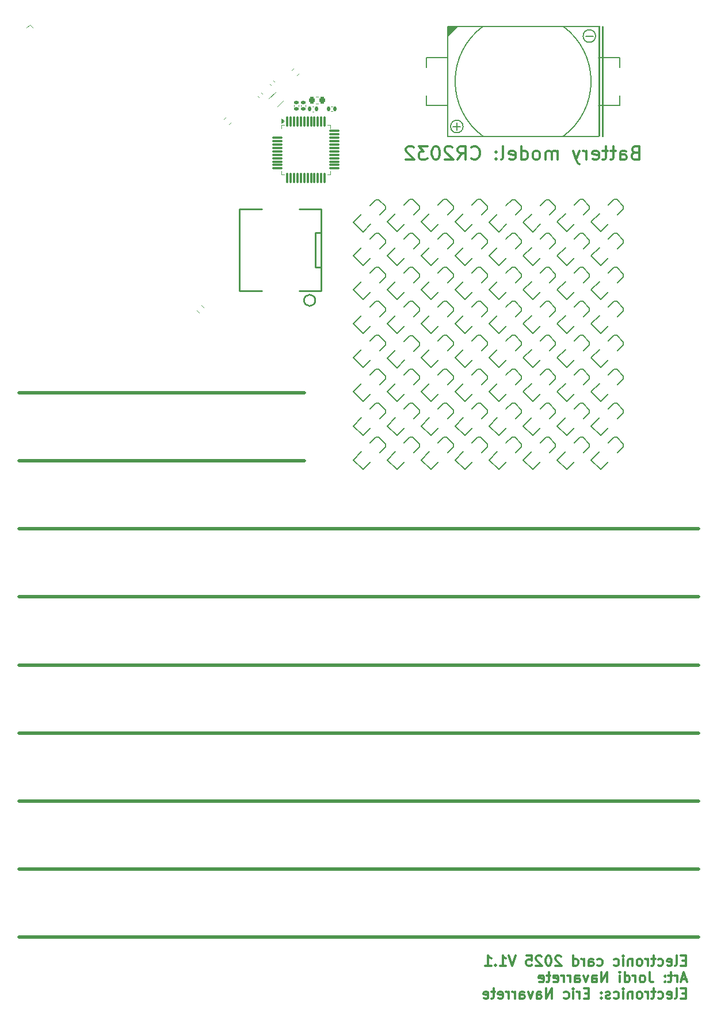
<source format=gbo>
%TF.GenerationSoftware,KiCad,Pcbnew,9.0.4*%
%TF.CreationDate,2025-09-01T02:23:15+01:00*%
%TF.ProjectId,Chirstmas-Card,43686972-7374-46d6-9173-2d436172642e,rev?*%
%TF.SameCoordinates,Original*%
%TF.FileFunction,Legend,Bot*%
%TF.FilePolarity,Positive*%
%FSLAX46Y46*%
G04 Gerber Fmt 4.6, Leading zero omitted, Abs format (unit mm)*
G04 Created by KiCad (PCBNEW 9.0.4) date 2025-09-01 02:23:15*
%MOMM*%
%LPD*%
G01*
G04 APERTURE LIST*
G04 Aperture macros list*
%AMRoundRect*
0 Rectangle with rounded corners*
0 $1 Rounding radius*
0 $2 $3 $4 $5 $6 $7 $8 $9 X,Y pos of 4 corners*
0 Add a 4 corners polygon primitive as box body*
4,1,4,$2,$3,$4,$5,$6,$7,$8,$9,$2,$3,0*
0 Add four circle primitives for the rounded corners*
1,1,$1+$1,$2,$3*
1,1,$1+$1,$4,$5*
1,1,$1+$1,$6,$7*
1,1,$1+$1,$8,$9*
0 Add four rect primitives between the rounded corners*
20,1,$1+$1,$2,$3,$4,$5,0*
20,1,$1+$1,$4,$5,$6,$7,0*
20,1,$1+$1,$6,$7,$8,$9,0*
20,1,$1+$1,$8,$9,$2,$3,0*%
%AMRotRect*
0 Rectangle, with rotation*
0 The origin of the aperture is its center*
0 $1 length*
0 $2 width*
0 $3 Rotation angle, in degrees counterclockwise*
0 Add horizontal line*
21,1,$1,$2,0,0,$3*%
%AMFreePoly0*
4,1,12,0.707250,0.605397,0.612657,0.415428,0.554581,0.211312,0.535000,0.000000,0.554581,-0.211312,0.612657,-0.415428,0.707250,-0.605397,0.722054,-0.625000,-0.535000,-0.625000,-0.535000,0.625000,0.722054,0.625000,0.707250,0.605397,0.707250,0.605397,$1*%
G04 Aperture macros list end*
%ADD10C,0.500000*%
%ADD11C,0.300000*%
%ADD12C,0.200000*%
%ADD13C,0.254000*%
%ADD14C,0.152000*%
%ADD15C,0.152500*%
%ADD16C,0.000000*%
%ADD17C,0.120000*%
%ADD18FreePoly0,225.000000*%
%ADD19FreePoly0,45.000000*%
%ADD20R,5.000000X1.500000*%
%ADD21R,4.200000X3.800000*%
%ADD22C,1.300000*%
%ADD23RoundRect,0.200000X0.053033X-0.335876X0.335876X-0.053033X-0.053033X0.335876X-0.335876X0.053033X0*%
%ADD24RoundRect,0.075000X-0.075000X0.662500X-0.075000X-0.662500X0.075000X-0.662500X0.075000X0.662500X0*%
%ADD25RoundRect,0.075000X-0.662500X0.075000X-0.662500X-0.075000X0.662500X-0.075000X0.662500X0.075000X0*%
%ADD26RoundRect,0.140000X-0.140000X-0.170000X0.140000X-0.170000X0.140000X0.170000X-0.140000X0.170000X0*%
%ADD27RoundRect,0.200000X-0.335876X-0.053033X-0.053033X-0.335876X0.335876X0.053033X0.053033X0.335876X0*%
%ADD28RoundRect,0.225000X-0.225000X-0.250000X0.225000X-0.250000X0.225000X0.250000X-0.225000X0.250000X0*%
%ADD29C,0.990600*%
%ADD30C,0.787400*%
%ADD31RoundRect,0.140000X0.170000X-0.140000X0.170000X0.140000X-0.170000X0.140000X-0.170000X-0.140000X0*%
%ADD32RotRect,1.000000X1.800000X225.000000*%
%ADD33RoundRect,0.140000X0.219203X0.021213X0.021213X0.219203X-0.219203X-0.021213X-0.021213X-0.219203X0*%
G04 APERTURE END LIST*
D10*
X85000000Y-87000000D02*
X43000000Y-87000000D01*
X143000000Y-147000000D02*
X43000000Y-147000000D01*
X143000000Y-167000000D02*
X43000000Y-167000000D01*
X143000000Y-127000000D02*
X43000000Y-127000000D01*
X143000000Y-117000000D02*
X43000000Y-117000000D01*
X143000000Y-137000000D02*
X43000000Y-137000000D01*
X143000000Y-107000000D02*
X43000000Y-107000000D01*
X85000000Y-97000000D02*
X43000000Y-97000000D01*
X143000000Y-157000000D02*
X43000000Y-157000000D01*
D11*
X133676191Y-51692019D02*
X133390477Y-51787257D01*
X133390477Y-51787257D02*
X133295239Y-51882495D01*
X133295239Y-51882495D02*
X133200001Y-52072971D01*
X133200001Y-52072971D02*
X133200001Y-52358685D01*
X133200001Y-52358685D02*
X133295239Y-52549161D01*
X133295239Y-52549161D02*
X133390477Y-52644400D01*
X133390477Y-52644400D02*
X133580953Y-52739638D01*
X133580953Y-52739638D02*
X134342858Y-52739638D01*
X134342858Y-52739638D02*
X134342858Y-50739638D01*
X134342858Y-50739638D02*
X133676191Y-50739638D01*
X133676191Y-50739638D02*
X133485715Y-50834876D01*
X133485715Y-50834876D02*
X133390477Y-50930114D01*
X133390477Y-50930114D02*
X133295239Y-51120590D01*
X133295239Y-51120590D02*
X133295239Y-51311066D01*
X133295239Y-51311066D02*
X133390477Y-51501542D01*
X133390477Y-51501542D02*
X133485715Y-51596780D01*
X133485715Y-51596780D02*
X133676191Y-51692019D01*
X133676191Y-51692019D02*
X134342858Y-51692019D01*
X131485715Y-52739638D02*
X131485715Y-51692019D01*
X131485715Y-51692019D02*
X131580953Y-51501542D01*
X131580953Y-51501542D02*
X131771429Y-51406304D01*
X131771429Y-51406304D02*
X132152382Y-51406304D01*
X132152382Y-51406304D02*
X132342858Y-51501542D01*
X131485715Y-52644400D02*
X131676191Y-52739638D01*
X131676191Y-52739638D02*
X132152382Y-52739638D01*
X132152382Y-52739638D02*
X132342858Y-52644400D01*
X132342858Y-52644400D02*
X132438096Y-52453923D01*
X132438096Y-52453923D02*
X132438096Y-52263447D01*
X132438096Y-52263447D02*
X132342858Y-52072971D01*
X132342858Y-52072971D02*
X132152382Y-51977733D01*
X132152382Y-51977733D02*
X131676191Y-51977733D01*
X131676191Y-51977733D02*
X131485715Y-51882495D01*
X130819048Y-51406304D02*
X130057144Y-51406304D01*
X130533334Y-50739638D02*
X130533334Y-52453923D01*
X130533334Y-52453923D02*
X130438096Y-52644400D01*
X130438096Y-52644400D02*
X130247620Y-52739638D01*
X130247620Y-52739638D02*
X130057144Y-52739638D01*
X129676191Y-51406304D02*
X128914287Y-51406304D01*
X129390477Y-50739638D02*
X129390477Y-52453923D01*
X129390477Y-52453923D02*
X129295239Y-52644400D01*
X129295239Y-52644400D02*
X129104763Y-52739638D01*
X129104763Y-52739638D02*
X128914287Y-52739638D01*
X127485715Y-52644400D02*
X127676191Y-52739638D01*
X127676191Y-52739638D02*
X128057144Y-52739638D01*
X128057144Y-52739638D02*
X128247620Y-52644400D01*
X128247620Y-52644400D02*
X128342858Y-52453923D01*
X128342858Y-52453923D02*
X128342858Y-51692019D01*
X128342858Y-51692019D02*
X128247620Y-51501542D01*
X128247620Y-51501542D02*
X128057144Y-51406304D01*
X128057144Y-51406304D02*
X127676191Y-51406304D01*
X127676191Y-51406304D02*
X127485715Y-51501542D01*
X127485715Y-51501542D02*
X127390477Y-51692019D01*
X127390477Y-51692019D02*
X127390477Y-51882495D01*
X127390477Y-51882495D02*
X128342858Y-52072971D01*
X126533334Y-52739638D02*
X126533334Y-51406304D01*
X126533334Y-51787257D02*
X126438096Y-51596780D01*
X126438096Y-51596780D02*
X126342858Y-51501542D01*
X126342858Y-51501542D02*
X126152382Y-51406304D01*
X126152382Y-51406304D02*
X125961905Y-51406304D01*
X125485715Y-51406304D02*
X125009525Y-52739638D01*
X124533334Y-51406304D02*
X125009525Y-52739638D01*
X125009525Y-52739638D02*
X125200001Y-53215828D01*
X125200001Y-53215828D02*
X125295239Y-53311066D01*
X125295239Y-53311066D02*
X125485715Y-53406304D01*
X122247619Y-52739638D02*
X122247619Y-51406304D01*
X122247619Y-51596780D02*
X122152381Y-51501542D01*
X122152381Y-51501542D02*
X121961905Y-51406304D01*
X121961905Y-51406304D02*
X121676190Y-51406304D01*
X121676190Y-51406304D02*
X121485714Y-51501542D01*
X121485714Y-51501542D02*
X121390476Y-51692019D01*
X121390476Y-51692019D02*
X121390476Y-52739638D01*
X121390476Y-51692019D02*
X121295238Y-51501542D01*
X121295238Y-51501542D02*
X121104762Y-51406304D01*
X121104762Y-51406304D02*
X120819048Y-51406304D01*
X120819048Y-51406304D02*
X120628571Y-51501542D01*
X120628571Y-51501542D02*
X120533333Y-51692019D01*
X120533333Y-51692019D02*
X120533333Y-52739638D01*
X119295238Y-52739638D02*
X119485714Y-52644400D01*
X119485714Y-52644400D02*
X119580952Y-52549161D01*
X119580952Y-52549161D02*
X119676190Y-52358685D01*
X119676190Y-52358685D02*
X119676190Y-51787257D01*
X119676190Y-51787257D02*
X119580952Y-51596780D01*
X119580952Y-51596780D02*
X119485714Y-51501542D01*
X119485714Y-51501542D02*
X119295238Y-51406304D01*
X119295238Y-51406304D02*
X119009523Y-51406304D01*
X119009523Y-51406304D02*
X118819047Y-51501542D01*
X118819047Y-51501542D02*
X118723809Y-51596780D01*
X118723809Y-51596780D02*
X118628571Y-51787257D01*
X118628571Y-51787257D02*
X118628571Y-52358685D01*
X118628571Y-52358685D02*
X118723809Y-52549161D01*
X118723809Y-52549161D02*
X118819047Y-52644400D01*
X118819047Y-52644400D02*
X119009523Y-52739638D01*
X119009523Y-52739638D02*
X119295238Y-52739638D01*
X116914285Y-52739638D02*
X116914285Y-50739638D01*
X116914285Y-52644400D02*
X117104761Y-52739638D01*
X117104761Y-52739638D02*
X117485714Y-52739638D01*
X117485714Y-52739638D02*
X117676190Y-52644400D01*
X117676190Y-52644400D02*
X117771428Y-52549161D01*
X117771428Y-52549161D02*
X117866666Y-52358685D01*
X117866666Y-52358685D02*
X117866666Y-51787257D01*
X117866666Y-51787257D02*
X117771428Y-51596780D01*
X117771428Y-51596780D02*
X117676190Y-51501542D01*
X117676190Y-51501542D02*
X117485714Y-51406304D01*
X117485714Y-51406304D02*
X117104761Y-51406304D01*
X117104761Y-51406304D02*
X116914285Y-51501542D01*
X115199999Y-52644400D02*
X115390475Y-52739638D01*
X115390475Y-52739638D02*
X115771428Y-52739638D01*
X115771428Y-52739638D02*
X115961904Y-52644400D01*
X115961904Y-52644400D02*
X116057142Y-52453923D01*
X116057142Y-52453923D02*
X116057142Y-51692019D01*
X116057142Y-51692019D02*
X115961904Y-51501542D01*
X115961904Y-51501542D02*
X115771428Y-51406304D01*
X115771428Y-51406304D02*
X115390475Y-51406304D01*
X115390475Y-51406304D02*
X115199999Y-51501542D01*
X115199999Y-51501542D02*
X115104761Y-51692019D01*
X115104761Y-51692019D02*
X115104761Y-51882495D01*
X115104761Y-51882495D02*
X116057142Y-52072971D01*
X113961904Y-52739638D02*
X114152380Y-52644400D01*
X114152380Y-52644400D02*
X114247618Y-52453923D01*
X114247618Y-52453923D02*
X114247618Y-50739638D01*
X113199999Y-52549161D02*
X113104761Y-52644400D01*
X113104761Y-52644400D02*
X113199999Y-52739638D01*
X113199999Y-52739638D02*
X113295237Y-52644400D01*
X113295237Y-52644400D02*
X113199999Y-52549161D01*
X113199999Y-52549161D02*
X113199999Y-52739638D01*
X113199999Y-51501542D02*
X113104761Y-51596780D01*
X113104761Y-51596780D02*
X113199999Y-51692019D01*
X113199999Y-51692019D02*
X113295237Y-51596780D01*
X113295237Y-51596780D02*
X113199999Y-51501542D01*
X113199999Y-51501542D02*
X113199999Y-51692019D01*
X109580951Y-52549161D02*
X109676189Y-52644400D01*
X109676189Y-52644400D02*
X109961903Y-52739638D01*
X109961903Y-52739638D02*
X110152379Y-52739638D01*
X110152379Y-52739638D02*
X110438094Y-52644400D01*
X110438094Y-52644400D02*
X110628570Y-52453923D01*
X110628570Y-52453923D02*
X110723808Y-52263447D01*
X110723808Y-52263447D02*
X110819046Y-51882495D01*
X110819046Y-51882495D02*
X110819046Y-51596780D01*
X110819046Y-51596780D02*
X110723808Y-51215828D01*
X110723808Y-51215828D02*
X110628570Y-51025352D01*
X110628570Y-51025352D02*
X110438094Y-50834876D01*
X110438094Y-50834876D02*
X110152379Y-50739638D01*
X110152379Y-50739638D02*
X109961903Y-50739638D01*
X109961903Y-50739638D02*
X109676189Y-50834876D01*
X109676189Y-50834876D02*
X109580951Y-50930114D01*
X107580951Y-52739638D02*
X108247618Y-51787257D01*
X108723808Y-52739638D02*
X108723808Y-50739638D01*
X108723808Y-50739638D02*
X107961903Y-50739638D01*
X107961903Y-50739638D02*
X107771427Y-50834876D01*
X107771427Y-50834876D02*
X107676189Y-50930114D01*
X107676189Y-50930114D02*
X107580951Y-51120590D01*
X107580951Y-51120590D02*
X107580951Y-51406304D01*
X107580951Y-51406304D02*
X107676189Y-51596780D01*
X107676189Y-51596780D02*
X107771427Y-51692019D01*
X107771427Y-51692019D02*
X107961903Y-51787257D01*
X107961903Y-51787257D02*
X108723808Y-51787257D01*
X106819046Y-50930114D02*
X106723808Y-50834876D01*
X106723808Y-50834876D02*
X106533332Y-50739638D01*
X106533332Y-50739638D02*
X106057141Y-50739638D01*
X106057141Y-50739638D02*
X105866665Y-50834876D01*
X105866665Y-50834876D02*
X105771427Y-50930114D01*
X105771427Y-50930114D02*
X105676189Y-51120590D01*
X105676189Y-51120590D02*
X105676189Y-51311066D01*
X105676189Y-51311066D02*
X105771427Y-51596780D01*
X105771427Y-51596780D02*
X106914284Y-52739638D01*
X106914284Y-52739638D02*
X105676189Y-52739638D01*
X104438094Y-50739638D02*
X104247617Y-50739638D01*
X104247617Y-50739638D02*
X104057141Y-50834876D01*
X104057141Y-50834876D02*
X103961903Y-50930114D01*
X103961903Y-50930114D02*
X103866665Y-51120590D01*
X103866665Y-51120590D02*
X103771427Y-51501542D01*
X103771427Y-51501542D02*
X103771427Y-51977733D01*
X103771427Y-51977733D02*
X103866665Y-52358685D01*
X103866665Y-52358685D02*
X103961903Y-52549161D01*
X103961903Y-52549161D02*
X104057141Y-52644400D01*
X104057141Y-52644400D02*
X104247617Y-52739638D01*
X104247617Y-52739638D02*
X104438094Y-52739638D01*
X104438094Y-52739638D02*
X104628570Y-52644400D01*
X104628570Y-52644400D02*
X104723808Y-52549161D01*
X104723808Y-52549161D02*
X104819046Y-52358685D01*
X104819046Y-52358685D02*
X104914284Y-51977733D01*
X104914284Y-51977733D02*
X104914284Y-51501542D01*
X104914284Y-51501542D02*
X104819046Y-51120590D01*
X104819046Y-51120590D02*
X104723808Y-50930114D01*
X104723808Y-50930114D02*
X104628570Y-50834876D01*
X104628570Y-50834876D02*
X104438094Y-50739638D01*
X103104760Y-50739638D02*
X101866665Y-50739638D01*
X101866665Y-50739638D02*
X102533332Y-51501542D01*
X102533332Y-51501542D02*
X102247617Y-51501542D01*
X102247617Y-51501542D02*
X102057141Y-51596780D01*
X102057141Y-51596780D02*
X101961903Y-51692019D01*
X101961903Y-51692019D02*
X101866665Y-51882495D01*
X101866665Y-51882495D02*
X101866665Y-52358685D01*
X101866665Y-52358685D02*
X101961903Y-52549161D01*
X101961903Y-52549161D02*
X102057141Y-52644400D01*
X102057141Y-52644400D02*
X102247617Y-52739638D01*
X102247617Y-52739638D02*
X102819046Y-52739638D01*
X102819046Y-52739638D02*
X103009522Y-52644400D01*
X103009522Y-52644400D02*
X103104760Y-52549161D01*
X101104760Y-50930114D02*
X101009522Y-50834876D01*
X101009522Y-50834876D02*
X100819046Y-50739638D01*
X100819046Y-50739638D02*
X100342855Y-50739638D01*
X100342855Y-50739638D02*
X100152379Y-50834876D01*
X100152379Y-50834876D02*
X100057141Y-50930114D01*
X100057141Y-50930114D02*
X99961903Y-51120590D01*
X99961903Y-51120590D02*
X99961903Y-51311066D01*
X99961903Y-51311066D02*
X100057141Y-51596780D01*
X100057141Y-51596780D02*
X101199998Y-52739638D01*
X101199998Y-52739638D02*
X99961903Y-52739638D01*
X141145489Y-170435282D02*
X140645489Y-170435282D01*
X140431203Y-171220996D02*
X141145489Y-171220996D01*
X141145489Y-171220996D02*
X141145489Y-169720996D01*
X141145489Y-169720996D02*
X140431203Y-169720996D01*
X139574060Y-171220996D02*
X139716917Y-171149568D01*
X139716917Y-171149568D02*
X139788346Y-171006710D01*
X139788346Y-171006710D02*
X139788346Y-169720996D01*
X138431203Y-171149568D02*
X138574060Y-171220996D01*
X138574060Y-171220996D02*
X138859775Y-171220996D01*
X138859775Y-171220996D02*
X139002632Y-171149568D01*
X139002632Y-171149568D02*
X139074060Y-171006710D01*
X139074060Y-171006710D02*
X139074060Y-170435282D01*
X139074060Y-170435282D02*
X139002632Y-170292425D01*
X139002632Y-170292425D02*
X138859775Y-170220996D01*
X138859775Y-170220996D02*
X138574060Y-170220996D01*
X138574060Y-170220996D02*
X138431203Y-170292425D01*
X138431203Y-170292425D02*
X138359775Y-170435282D01*
X138359775Y-170435282D02*
X138359775Y-170578139D01*
X138359775Y-170578139D02*
X139074060Y-170720996D01*
X137074061Y-171149568D02*
X137216918Y-171220996D01*
X137216918Y-171220996D02*
X137502632Y-171220996D01*
X137502632Y-171220996D02*
X137645489Y-171149568D01*
X137645489Y-171149568D02*
X137716918Y-171078139D01*
X137716918Y-171078139D02*
X137788346Y-170935282D01*
X137788346Y-170935282D02*
X137788346Y-170506710D01*
X137788346Y-170506710D02*
X137716918Y-170363853D01*
X137716918Y-170363853D02*
X137645489Y-170292425D01*
X137645489Y-170292425D02*
X137502632Y-170220996D01*
X137502632Y-170220996D02*
X137216918Y-170220996D01*
X137216918Y-170220996D02*
X137074061Y-170292425D01*
X136645489Y-170220996D02*
X136074061Y-170220996D01*
X136431204Y-169720996D02*
X136431204Y-171006710D01*
X136431204Y-171006710D02*
X136359775Y-171149568D01*
X136359775Y-171149568D02*
X136216918Y-171220996D01*
X136216918Y-171220996D02*
X136074061Y-171220996D01*
X135574061Y-171220996D02*
X135574061Y-170220996D01*
X135574061Y-170506710D02*
X135502632Y-170363853D01*
X135502632Y-170363853D02*
X135431204Y-170292425D01*
X135431204Y-170292425D02*
X135288346Y-170220996D01*
X135288346Y-170220996D02*
X135145489Y-170220996D01*
X134431204Y-171220996D02*
X134574061Y-171149568D01*
X134574061Y-171149568D02*
X134645490Y-171078139D01*
X134645490Y-171078139D02*
X134716918Y-170935282D01*
X134716918Y-170935282D02*
X134716918Y-170506710D01*
X134716918Y-170506710D02*
X134645490Y-170363853D01*
X134645490Y-170363853D02*
X134574061Y-170292425D01*
X134574061Y-170292425D02*
X134431204Y-170220996D01*
X134431204Y-170220996D02*
X134216918Y-170220996D01*
X134216918Y-170220996D02*
X134074061Y-170292425D01*
X134074061Y-170292425D02*
X134002633Y-170363853D01*
X134002633Y-170363853D02*
X133931204Y-170506710D01*
X133931204Y-170506710D02*
X133931204Y-170935282D01*
X133931204Y-170935282D02*
X134002633Y-171078139D01*
X134002633Y-171078139D02*
X134074061Y-171149568D01*
X134074061Y-171149568D02*
X134216918Y-171220996D01*
X134216918Y-171220996D02*
X134431204Y-171220996D01*
X133288347Y-170220996D02*
X133288347Y-171220996D01*
X133288347Y-170363853D02*
X133216918Y-170292425D01*
X133216918Y-170292425D02*
X133074061Y-170220996D01*
X133074061Y-170220996D02*
X132859775Y-170220996D01*
X132859775Y-170220996D02*
X132716918Y-170292425D01*
X132716918Y-170292425D02*
X132645490Y-170435282D01*
X132645490Y-170435282D02*
X132645490Y-171220996D01*
X131931204Y-171220996D02*
X131931204Y-170220996D01*
X131931204Y-169720996D02*
X132002632Y-169792425D01*
X132002632Y-169792425D02*
X131931204Y-169863853D01*
X131931204Y-169863853D02*
X131859775Y-169792425D01*
X131859775Y-169792425D02*
X131931204Y-169720996D01*
X131931204Y-169720996D02*
X131931204Y-169863853D01*
X130574061Y-171149568D02*
X130716918Y-171220996D01*
X130716918Y-171220996D02*
X131002632Y-171220996D01*
X131002632Y-171220996D02*
X131145489Y-171149568D01*
X131145489Y-171149568D02*
X131216918Y-171078139D01*
X131216918Y-171078139D02*
X131288346Y-170935282D01*
X131288346Y-170935282D02*
X131288346Y-170506710D01*
X131288346Y-170506710D02*
X131216918Y-170363853D01*
X131216918Y-170363853D02*
X131145489Y-170292425D01*
X131145489Y-170292425D02*
X131002632Y-170220996D01*
X131002632Y-170220996D02*
X130716918Y-170220996D01*
X130716918Y-170220996D02*
X130574061Y-170292425D01*
X128145490Y-171149568D02*
X128288347Y-171220996D01*
X128288347Y-171220996D02*
X128574061Y-171220996D01*
X128574061Y-171220996D02*
X128716918Y-171149568D01*
X128716918Y-171149568D02*
X128788347Y-171078139D01*
X128788347Y-171078139D02*
X128859775Y-170935282D01*
X128859775Y-170935282D02*
X128859775Y-170506710D01*
X128859775Y-170506710D02*
X128788347Y-170363853D01*
X128788347Y-170363853D02*
X128716918Y-170292425D01*
X128716918Y-170292425D02*
X128574061Y-170220996D01*
X128574061Y-170220996D02*
X128288347Y-170220996D01*
X128288347Y-170220996D02*
X128145490Y-170292425D01*
X126859776Y-171220996D02*
X126859776Y-170435282D01*
X126859776Y-170435282D02*
X126931204Y-170292425D01*
X126931204Y-170292425D02*
X127074061Y-170220996D01*
X127074061Y-170220996D02*
X127359776Y-170220996D01*
X127359776Y-170220996D02*
X127502633Y-170292425D01*
X126859776Y-171149568D02*
X127002633Y-171220996D01*
X127002633Y-171220996D02*
X127359776Y-171220996D01*
X127359776Y-171220996D02*
X127502633Y-171149568D01*
X127502633Y-171149568D02*
X127574061Y-171006710D01*
X127574061Y-171006710D02*
X127574061Y-170863853D01*
X127574061Y-170863853D02*
X127502633Y-170720996D01*
X127502633Y-170720996D02*
X127359776Y-170649568D01*
X127359776Y-170649568D02*
X127002633Y-170649568D01*
X127002633Y-170649568D02*
X126859776Y-170578139D01*
X126145490Y-171220996D02*
X126145490Y-170220996D01*
X126145490Y-170506710D02*
X126074061Y-170363853D01*
X126074061Y-170363853D02*
X126002633Y-170292425D01*
X126002633Y-170292425D02*
X125859775Y-170220996D01*
X125859775Y-170220996D02*
X125716918Y-170220996D01*
X124574062Y-171220996D02*
X124574062Y-169720996D01*
X124574062Y-171149568D02*
X124716919Y-171220996D01*
X124716919Y-171220996D02*
X125002633Y-171220996D01*
X125002633Y-171220996D02*
X125145490Y-171149568D01*
X125145490Y-171149568D02*
X125216919Y-171078139D01*
X125216919Y-171078139D02*
X125288347Y-170935282D01*
X125288347Y-170935282D02*
X125288347Y-170506710D01*
X125288347Y-170506710D02*
X125216919Y-170363853D01*
X125216919Y-170363853D02*
X125145490Y-170292425D01*
X125145490Y-170292425D02*
X125002633Y-170220996D01*
X125002633Y-170220996D02*
X124716919Y-170220996D01*
X124716919Y-170220996D02*
X124574062Y-170292425D01*
X122788347Y-169863853D02*
X122716919Y-169792425D01*
X122716919Y-169792425D02*
X122574062Y-169720996D01*
X122574062Y-169720996D02*
X122216919Y-169720996D01*
X122216919Y-169720996D02*
X122074062Y-169792425D01*
X122074062Y-169792425D02*
X122002633Y-169863853D01*
X122002633Y-169863853D02*
X121931204Y-170006710D01*
X121931204Y-170006710D02*
X121931204Y-170149568D01*
X121931204Y-170149568D02*
X122002633Y-170363853D01*
X122002633Y-170363853D02*
X122859776Y-171220996D01*
X122859776Y-171220996D02*
X121931204Y-171220996D01*
X121002633Y-169720996D02*
X120859776Y-169720996D01*
X120859776Y-169720996D02*
X120716919Y-169792425D01*
X120716919Y-169792425D02*
X120645491Y-169863853D01*
X120645491Y-169863853D02*
X120574062Y-170006710D01*
X120574062Y-170006710D02*
X120502633Y-170292425D01*
X120502633Y-170292425D02*
X120502633Y-170649568D01*
X120502633Y-170649568D02*
X120574062Y-170935282D01*
X120574062Y-170935282D02*
X120645491Y-171078139D01*
X120645491Y-171078139D02*
X120716919Y-171149568D01*
X120716919Y-171149568D02*
X120859776Y-171220996D01*
X120859776Y-171220996D02*
X121002633Y-171220996D01*
X121002633Y-171220996D02*
X121145491Y-171149568D01*
X121145491Y-171149568D02*
X121216919Y-171078139D01*
X121216919Y-171078139D02*
X121288348Y-170935282D01*
X121288348Y-170935282D02*
X121359776Y-170649568D01*
X121359776Y-170649568D02*
X121359776Y-170292425D01*
X121359776Y-170292425D02*
X121288348Y-170006710D01*
X121288348Y-170006710D02*
X121216919Y-169863853D01*
X121216919Y-169863853D02*
X121145491Y-169792425D01*
X121145491Y-169792425D02*
X121002633Y-169720996D01*
X119931205Y-169863853D02*
X119859777Y-169792425D01*
X119859777Y-169792425D02*
X119716920Y-169720996D01*
X119716920Y-169720996D02*
X119359777Y-169720996D01*
X119359777Y-169720996D02*
X119216920Y-169792425D01*
X119216920Y-169792425D02*
X119145491Y-169863853D01*
X119145491Y-169863853D02*
X119074062Y-170006710D01*
X119074062Y-170006710D02*
X119074062Y-170149568D01*
X119074062Y-170149568D02*
X119145491Y-170363853D01*
X119145491Y-170363853D02*
X120002634Y-171220996D01*
X120002634Y-171220996D02*
X119074062Y-171220996D01*
X117716920Y-169720996D02*
X118431206Y-169720996D01*
X118431206Y-169720996D02*
X118502634Y-170435282D01*
X118502634Y-170435282D02*
X118431206Y-170363853D01*
X118431206Y-170363853D02*
X118288349Y-170292425D01*
X118288349Y-170292425D02*
X117931206Y-170292425D01*
X117931206Y-170292425D02*
X117788349Y-170363853D01*
X117788349Y-170363853D02*
X117716920Y-170435282D01*
X117716920Y-170435282D02*
X117645491Y-170578139D01*
X117645491Y-170578139D02*
X117645491Y-170935282D01*
X117645491Y-170935282D02*
X117716920Y-171078139D01*
X117716920Y-171078139D02*
X117788349Y-171149568D01*
X117788349Y-171149568D02*
X117931206Y-171220996D01*
X117931206Y-171220996D02*
X118288349Y-171220996D01*
X118288349Y-171220996D02*
X118431206Y-171149568D01*
X118431206Y-171149568D02*
X118502634Y-171078139D01*
X116074063Y-169720996D02*
X115574063Y-171220996D01*
X115574063Y-171220996D02*
X115074063Y-169720996D01*
X113788349Y-171220996D02*
X114645492Y-171220996D01*
X114216921Y-171220996D02*
X114216921Y-169720996D01*
X114216921Y-169720996D02*
X114359778Y-169935282D01*
X114359778Y-169935282D02*
X114502635Y-170078139D01*
X114502635Y-170078139D02*
X114645492Y-170149568D01*
X113145493Y-171078139D02*
X113074064Y-171149568D01*
X113074064Y-171149568D02*
X113145493Y-171220996D01*
X113145493Y-171220996D02*
X113216921Y-171149568D01*
X113216921Y-171149568D02*
X113145493Y-171078139D01*
X113145493Y-171078139D02*
X113145493Y-171220996D01*
X111645492Y-171220996D02*
X112502635Y-171220996D01*
X112074064Y-171220996D02*
X112074064Y-169720996D01*
X112074064Y-169720996D02*
X112216921Y-169935282D01*
X112216921Y-169935282D02*
X112359778Y-170078139D01*
X112359778Y-170078139D02*
X112502635Y-170149568D01*
X141216917Y-173207341D02*
X140502632Y-173207341D01*
X141359774Y-173635912D02*
X140859774Y-172135912D01*
X140859774Y-172135912D02*
X140359774Y-173635912D01*
X139859775Y-173635912D02*
X139859775Y-172635912D01*
X139859775Y-172921626D02*
X139788346Y-172778769D01*
X139788346Y-172778769D02*
X139716918Y-172707341D01*
X139716918Y-172707341D02*
X139574060Y-172635912D01*
X139574060Y-172635912D02*
X139431203Y-172635912D01*
X139145489Y-172635912D02*
X138574061Y-172635912D01*
X138931204Y-172135912D02*
X138931204Y-173421626D01*
X138931204Y-173421626D02*
X138859775Y-173564484D01*
X138859775Y-173564484D02*
X138716918Y-173635912D01*
X138716918Y-173635912D02*
X138574061Y-173635912D01*
X138074061Y-173493055D02*
X138002632Y-173564484D01*
X138002632Y-173564484D02*
X138074061Y-173635912D01*
X138074061Y-173635912D02*
X138145489Y-173564484D01*
X138145489Y-173564484D02*
X138074061Y-173493055D01*
X138074061Y-173493055D02*
X138074061Y-173635912D01*
X138074061Y-172707341D02*
X138002632Y-172778769D01*
X138002632Y-172778769D02*
X138074061Y-172850198D01*
X138074061Y-172850198D02*
X138145489Y-172778769D01*
X138145489Y-172778769D02*
X138074061Y-172707341D01*
X138074061Y-172707341D02*
X138074061Y-172850198D01*
X135788346Y-172135912D02*
X135788346Y-173207341D01*
X135788346Y-173207341D02*
X135859775Y-173421626D01*
X135859775Y-173421626D02*
X136002632Y-173564484D01*
X136002632Y-173564484D02*
X136216918Y-173635912D01*
X136216918Y-173635912D02*
X136359775Y-173635912D01*
X134859775Y-173635912D02*
X135002632Y-173564484D01*
X135002632Y-173564484D02*
X135074061Y-173493055D01*
X135074061Y-173493055D02*
X135145489Y-173350198D01*
X135145489Y-173350198D02*
X135145489Y-172921626D01*
X135145489Y-172921626D02*
X135074061Y-172778769D01*
X135074061Y-172778769D02*
X135002632Y-172707341D01*
X135002632Y-172707341D02*
X134859775Y-172635912D01*
X134859775Y-172635912D02*
X134645489Y-172635912D01*
X134645489Y-172635912D02*
X134502632Y-172707341D01*
X134502632Y-172707341D02*
X134431204Y-172778769D01*
X134431204Y-172778769D02*
X134359775Y-172921626D01*
X134359775Y-172921626D02*
X134359775Y-173350198D01*
X134359775Y-173350198D02*
X134431204Y-173493055D01*
X134431204Y-173493055D02*
X134502632Y-173564484D01*
X134502632Y-173564484D02*
X134645489Y-173635912D01*
X134645489Y-173635912D02*
X134859775Y-173635912D01*
X133716918Y-173635912D02*
X133716918Y-172635912D01*
X133716918Y-172921626D02*
X133645489Y-172778769D01*
X133645489Y-172778769D02*
X133574061Y-172707341D01*
X133574061Y-172707341D02*
X133431203Y-172635912D01*
X133431203Y-172635912D02*
X133288346Y-172635912D01*
X132145490Y-173635912D02*
X132145490Y-172135912D01*
X132145490Y-173564484D02*
X132288347Y-173635912D01*
X132288347Y-173635912D02*
X132574061Y-173635912D01*
X132574061Y-173635912D02*
X132716918Y-173564484D01*
X132716918Y-173564484D02*
X132788347Y-173493055D01*
X132788347Y-173493055D02*
X132859775Y-173350198D01*
X132859775Y-173350198D02*
X132859775Y-172921626D01*
X132859775Y-172921626D02*
X132788347Y-172778769D01*
X132788347Y-172778769D02*
X132716918Y-172707341D01*
X132716918Y-172707341D02*
X132574061Y-172635912D01*
X132574061Y-172635912D02*
X132288347Y-172635912D01*
X132288347Y-172635912D02*
X132145490Y-172707341D01*
X131431204Y-173635912D02*
X131431204Y-172635912D01*
X131431204Y-172135912D02*
X131502632Y-172207341D01*
X131502632Y-172207341D02*
X131431204Y-172278769D01*
X131431204Y-172278769D02*
X131359775Y-172207341D01*
X131359775Y-172207341D02*
X131431204Y-172135912D01*
X131431204Y-172135912D02*
X131431204Y-172278769D01*
X129574061Y-173635912D02*
X129574061Y-172135912D01*
X129574061Y-172135912D02*
X128716918Y-173635912D01*
X128716918Y-173635912D02*
X128716918Y-172135912D01*
X127359775Y-173635912D02*
X127359775Y-172850198D01*
X127359775Y-172850198D02*
X127431203Y-172707341D01*
X127431203Y-172707341D02*
X127574060Y-172635912D01*
X127574060Y-172635912D02*
X127859775Y-172635912D01*
X127859775Y-172635912D02*
X128002632Y-172707341D01*
X127359775Y-173564484D02*
X127502632Y-173635912D01*
X127502632Y-173635912D02*
X127859775Y-173635912D01*
X127859775Y-173635912D02*
X128002632Y-173564484D01*
X128002632Y-173564484D02*
X128074060Y-173421626D01*
X128074060Y-173421626D02*
X128074060Y-173278769D01*
X128074060Y-173278769D02*
X128002632Y-173135912D01*
X128002632Y-173135912D02*
X127859775Y-173064484D01*
X127859775Y-173064484D02*
X127502632Y-173064484D01*
X127502632Y-173064484D02*
X127359775Y-172993055D01*
X126788346Y-172635912D02*
X126431203Y-173635912D01*
X126431203Y-173635912D02*
X126074060Y-172635912D01*
X124859775Y-173635912D02*
X124859775Y-172850198D01*
X124859775Y-172850198D02*
X124931203Y-172707341D01*
X124931203Y-172707341D02*
X125074060Y-172635912D01*
X125074060Y-172635912D02*
X125359775Y-172635912D01*
X125359775Y-172635912D02*
X125502632Y-172707341D01*
X124859775Y-173564484D02*
X125002632Y-173635912D01*
X125002632Y-173635912D02*
X125359775Y-173635912D01*
X125359775Y-173635912D02*
X125502632Y-173564484D01*
X125502632Y-173564484D02*
X125574060Y-173421626D01*
X125574060Y-173421626D02*
X125574060Y-173278769D01*
X125574060Y-173278769D02*
X125502632Y-173135912D01*
X125502632Y-173135912D02*
X125359775Y-173064484D01*
X125359775Y-173064484D02*
X125002632Y-173064484D01*
X125002632Y-173064484D02*
X124859775Y-172993055D01*
X124145489Y-173635912D02*
X124145489Y-172635912D01*
X124145489Y-172921626D02*
X124074060Y-172778769D01*
X124074060Y-172778769D02*
X124002632Y-172707341D01*
X124002632Y-172707341D02*
X123859774Y-172635912D01*
X123859774Y-172635912D02*
X123716917Y-172635912D01*
X123216918Y-173635912D02*
X123216918Y-172635912D01*
X123216918Y-172921626D02*
X123145489Y-172778769D01*
X123145489Y-172778769D02*
X123074061Y-172707341D01*
X123074061Y-172707341D02*
X122931203Y-172635912D01*
X122931203Y-172635912D02*
X122788346Y-172635912D01*
X121716918Y-173564484D02*
X121859775Y-173635912D01*
X121859775Y-173635912D02*
X122145490Y-173635912D01*
X122145490Y-173635912D02*
X122288347Y-173564484D01*
X122288347Y-173564484D02*
X122359775Y-173421626D01*
X122359775Y-173421626D02*
X122359775Y-172850198D01*
X122359775Y-172850198D02*
X122288347Y-172707341D01*
X122288347Y-172707341D02*
X122145490Y-172635912D01*
X122145490Y-172635912D02*
X121859775Y-172635912D01*
X121859775Y-172635912D02*
X121716918Y-172707341D01*
X121716918Y-172707341D02*
X121645490Y-172850198D01*
X121645490Y-172850198D02*
X121645490Y-172993055D01*
X121645490Y-172993055D02*
X122359775Y-173135912D01*
X121216918Y-172635912D02*
X120645490Y-172635912D01*
X121002633Y-172135912D02*
X121002633Y-173421626D01*
X121002633Y-173421626D02*
X120931204Y-173564484D01*
X120931204Y-173564484D02*
X120788347Y-173635912D01*
X120788347Y-173635912D02*
X120645490Y-173635912D01*
X119574061Y-173564484D02*
X119716918Y-173635912D01*
X119716918Y-173635912D02*
X120002633Y-173635912D01*
X120002633Y-173635912D02*
X120145490Y-173564484D01*
X120145490Y-173564484D02*
X120216918Y-173421626D01*
X120216918Y-173421626D02*
X120216918Y-172850198D01*
X120216918Y-172850198D02*
X120145490Y-172707341D01*
X120145490Y-172707341D02*
X120002633Y-172635912D01*
X120002633Y-172635912D02*
X119716918Y-172635912D01*
X119716918Y-172635912D02*
X119574061Y-172707341D01*
X119574061Y-172707341D02*
X119502633Y-172850198D01*
X119502633Y-172850198D02*
X119502633Y-172993055D01*
X119502633Y-172993055D02*
X120216918Y-173135912D01*
X141145489Y-175265114D02*
X140645489Y-175265114D01*
X140431203Y-176050828D02*
X141145489Y-176050828D01*
X141145489Y-176050828D02*
X141145489Y-174550828D01*
X141145489Y-174550828D02*
X140431203Y-174550828D01*
X139574060Y-176050828D02*
X139716917Y-175979400D01*
X139716917Y-175979400D02*
X139788346Y-175836542D01*
X139788346Y-175836542D02*
X139788346Y-174550828D01*
X138431203Y-175979400D02*
X138574060Y-176050828D01*
X138574060Y-176050828D02*
X138859775Y-176050828D01*
X138859775Y-176050828D02*
X139002632Y-175979400D01*
X139002632Y-175979400D02*
X139074060Y-175836542D01*
X139074060Y-175836542D02*
X139074060Y-175265114D01*
X139074060Y-175265114D02*
X139002632Y-175122257D01*
X139002632Y-175122257D02*
X138859775Y-175050828D01*
X138859775Y-175050828D02*
X138574060Y-175050828D01*
X138574060Y-175050828D02*
X138431203Y-175122257D01*
X138431203Y-175122257D02*
X138359775Y-175265114D01*
X138359775Y-175265114D02*
X138359775Y-175407971D01*
X138359775Y-175407971D02*
X139074060Y-175550828D01*
X137074061Y-175979400D02*
X137216918Y-176050828D01*
X137216918Y-176050828D02*
X137502632Y-176050828D01*
X137502632Y-176050828D02*
X137645489Y-175979400D01*
X137645489Y-175979400D02*
X137716918Y-175907971D01*
X137716918Y-175907971D02*
X137788346Y-175765114D01*
X137788346Y-175765114D02*
X137788346Y-175336542D01*
X137788346Y-175336542D02*
X137716918Y-175193685D01*
X137716918Y-175193685D02*
X137645489Y-175122257D01*
X137645489Y-175122257D02*
X137502632Y-175050828D01*
X137502632Y-175050828D02*
X137216918Y-175050828D01*
X137216918Y-175050828D02*
X137074061Y-175122257D01*
X136645489Y-175050828D02*
X136074061Y-175050828D01*
X136431204Y-174550828D02*
X136431204Y-175836542D01*
X136431204Y-175836542D02*
X136359775Y-175979400D01*
X136359775Y-175979400D02*
X136216918Y-176050828D01*
X136216918Y-176050828D02*
X136074061Y-176050828D01*
X135574061Y-176050828D02*
X135574061Y-175050828D01*
X135574061Y-175336542D02*
X135502632Y-175193685D01*
X135502632Y-175193685D02*
X135431204Y-175122257D01*
X135431204Y-175122257D02*
X135288346Y-175050828D01*
X135288346Y-175050828D02*
X135145489Y-175050828D01*
X134431204Y-176050828D02*
X134574061Y-175979400D01*
X134574061Y-175979400D02*
X134645490Y-175907971D01*
X134645490Y-175907971D02*
X134716918Y-175765114D01*
X134716918Y-175765114D02*
X134716918Y-175336542D01*
X134716918Y-175336542D02*
X134645490Y-175193685D01*
X134645490Y-175193685D02*
X134574061Y-175122257D01*
X134574061Y-175122257D02*
X134431204Y-175050828D01*
X134431204Y-175050828D02*
X134216918Y-175050828D01*
X134216918Y-175050828D02*
X134074061Y-175122257D01*
X134074061Y-175122257D02*
X134002633Y-175193685D01*
X134002633Y-175193685D02*
X133931204Y-175336542D01*
X133931204Y-175336542D02*
X133931204Y-175765114D01*
X133931204Y-175765114D02*
X134002633Y-175907971D01*
X134002633Y-175907971D02*
X134074061Y-175979400D01*
X134074061Y-175979400D02*
X134216918Y-176050828D01*
X134216918Y-176050828D02*
X134431204Y-176050828D01*
X133288347Y-175050828D02*
X133288347Y-176050828D01*
X133288347Y-175193685D02*
X133216918Y-175122257D01*
X133216918Y-175122257D02*
X133074061Y-175050828D01*
X133074061Y-175050828D02*
X132859775Y-175050828D01*
X132859775Y-175050828D02*
X132716918Y-175122257D01*
X132716918Y-175122257D02*
X132645490Y-175265114D01*
X132645490Y-175265114D02*
X132645490Y-176050828D01*
X131931204Y-176050828D02*
X131931204Y-175050828D01*
X131931204Y-174550828D02*
X132002632Y-174622257D01*
X132002632Y-174622257D02*
X131931204Y-174693685D01*
X131931204Y-174693685D02*
X131859775Y-174622257D01*
X131859775Y-174622257D02*
X131931204Y-174550828D01*
X131931204Y-174550828D02*
X131931204Y-174693685D01*
X130574061Y-175979400D02*
X130716918Y-176050828D01*
X130716918Y-176050828D02*
X131002632Y-176050828D01*
X131002632Y-176050828D02*
X131145489Y-175979400D01*
X131145489Y-175979400D02*
X131216918Y-175907971D01*
X131216918Y-175907971D02*
X131288346Y-175765114D01*
X131288346Y-175765114D02*
X131288346Y-175336542D01*
X131288346Y-175336542D02*
X131216918Y-175193685D01*
X131216918Y-175193685D02*
X131145489Y-175122257D01*
X131145489Y-175122257D02*
X131002632Y-175050828D01*
X131002632Y-175050828D02*
X130716918Y-175050828D01*
X130716918Y-175050828D02*
X130574061Y-175122257D01*
X130002632Y-175979400D02*
X129859775Y-176050828D01*
X129859775Y-176050828D02*
X129574061Y-176050828D01*
X129574061Y-176050828D02*
X129431204Y-175979400D01*
X129431204Y-175979400D02*
X129359775Y-175836542D01*
X129359775Y-175836542D02*
X129359775Y-175765114D01*
X129359775Y-175765114D02*
X129431204Y-175622257D01*
X129431204Y-175622257D02*
X129574061Y-175550828D01*
X129574061Y-175550828D02*
X129788347Y-175550828D01*
X129788347Y-175550828D02*
X129931204Y-175479400D01*
X129931204Y-175479400D02*
X130002632Y-175336542D01*
X130002632Y-175336542D02*
X130002632Y-175265114D01*
X130002632Y-175265114D02*
X129931204Y-175122257D01*
X129931204Y-175122257D02*
X129788347Y-175050828D01*
X129788347Y-175050828D02*
X129574061Y-175050828D01*
X129574061Y-175050828D02*
X129431204Y-175122257D01*
X128716918Y-175907971D02*
X128645489Y-175979400D01*
X128645489Y-175979400D02*
X128716918Y-176050828D01*
X128716918Y-176050828D02*
X128788346Y-175979400D01*
X128788346Y-175979400D02*
X128716918Y-175907971D01*
X128716918Y-175907971D02*
X128716918Y-176050828D01*
X128716918Y-175122257D02*
X128645489Y-175193685D01*
X128645489Y-175193685D02*
X128716918Y-175265114D01*
X128716918Y-175265114D02*
X128788346Y-175193685D01*
X128788346Y-175193685D02*
X128716918Y-175122257D01*
X128716918Y-175122257D02*
X128716918Y-175265114D01*
X126859775Y-175265114D02*
X126359775Y-175265114D01*
X126145489Y-176050828D02*
X126859775Y-176050828D01*
X126859775Y-176050828D02*
X126859775Y-174550828D01*
X126859775Y-174550828D02*
X126145489Y-174550828D01*
X125502632Y-176050828D02*
X125502632Y-175050828D01*
X125502632Y-175336542D02*
X125431203Y-175193685D01*
X125431203Y-175193685D02*
X125359775Y-175122257D01*
X125359775Y-175122257D02*
X125216917Y-175050828D01*
X125216917Y-175050828D02*
X125074060Y-175050828D01*
X124574061Y-176050828D02*
X124574061Y-175050828D01*
X124574061Y-174550828D02*
X124645489Y-174622257D01*
X124645489Y-174622257D02*
X124574061Y-174693685D01*
X124574061Y-174693685D02*
X124502632Y-174622257D01*
X124502632Y-174622257D02*
X124574061Y-174550828D01*
X124574061Y-174550828D02*
X124574061Y-174693685D01*
X123216918Y-175979400D02*
X123359775Y-176050828D01*
X123359775Y-176050828D02*
X123645489Y-176050828D01*
X123645489Y-176050828D02*
X123788346Y-175979400D01*
X123788346Y-175979400D02*
X123859775Y-175907971D01*
X123859775Y-175907971D02*
X123931203Y-175765114D01*
X123931203Y-175765114D02*
X123931203Y-175336542D01*
X123931203Y-175336542D02*
X123859775Y-175193685D01*
X123859775Y-175193685D02*
X123788346Y-175122257D01*
X123788346Y-175122257D02*
X123645489Y-175050828D01*
X123645489Y-175050828D02*
X123359775Y-175050828D01*
X123359775Y-175050828D02*
X123216918Y-175122257D01*
X121431204Y-176050828D02*
X121431204Y-174550828D01*
X121431204Y-174550828D02*
X120574061Y-176050828D01*
X120574061Y-176050828D02*
X120574061Y-174550828D01*
X119216918Y-176050828D02*
X119216918Y-175265114D01*
X119216918Y-175265114D02*
X119288346Y-175122257D01*
X119288346Y-175122257D02*
X119431203Y-175050828D01*
X119431203Y-175050828D02*
X119716918Y-175050828D01*
X119716918Y-175050828D02*
X119859775Y-175122257D01*
X119216918Y-175979400D02*
X119359775Y-176050828D01*
X119359775Y-176050828D02*
X119716918Y-176050828D01*
X119716918Y-176050828D02*
X119859775Y-175979400D01*
X119859775Y-175979400D02*
X119931203Y-175836542D01*
X119931203Y-175836542D02*
X119931203Y-175693685D01*
X119931203Y-175693685D02*
X119859775Y-175550828D01*
X119859775Y-175550828D02*
X119716918Y-175479400D01*
X119716918Y-175479400D02*
X119359775Y-175479400D01*
X119359775Y-175479400D02*
X119216918Y-175407971D01*
X118645489Y-175050828D02*
X118288346Y-176050828D01*
X118288346Y-176050828D02*
X117931203Y-175050828D01*
X116716918Y-176050828D02*
X116716918Y-175265114D01*
X116716918Y-175265114D02*
X116788346Y-175122257D01*
X116788346Y-175122257D02*
X116931203Y-175050828D01*
X116931203Y-175050828D02*
X117216918Y-175050828D01*
X117216918Y-175050828D02*
X117359775Y-175122257D01*
X116716918Y-175979400D02*
X116859775Y-176050828D01*
X116859775Y-176050828D02*
X117216918Y-176050828D01*
X117216918Y-176050828D02*
X117359775Y-175979400D01*
X117359775Y-175979400D02*
X117431203Y-175836542D01*
X117431203Y-175836542D02*
X117431203Y-175693685D01*
X117431203Y-175693685D02*
X117359775Y-175550828D01*
X117359775Y-175550828D02*
X117216918Y-175479400D01*
X117216918Y-175479400D02*
X116859775Y-175479400D01*
X116859775Y-175479400D02*
X116716918Y-175407971D01*
X116002632Y-176050828D02*
X116002632Y-175050828D01*
X116002632Y-175336542D02*
X115931203Y-175193685D01*
X115931203Y-175193685D02*
X115859775Y-175122257D01*
X115859775Y-175122257D02*
X115716917Y-175050828D01*
X115716917Y-175050828D02*
X115574060Y-175050828D01*
X115074061Y-176050828D02*
X115074061Y-175050828D01*
X115074061Y-175336542D02*
X115002632Y-175193685D01*
X115002632Y-175193685D02*
X114931204Y-175122257D01*
X114931204Y-175122257D02*
X114788346Y-175050828D01*
X114788346Y-175050828D02*
X114645489Y-175050828D01*
X113574061Y-175979400D02*
X113716918Y-176050828D01*
X113716918Y-176050828D02*
X114002633Y-176050828D01*
X114002633Y-176050828D02*
X114145490Y-175979400D01*
X114145490Y-175979400D02*
X114216918Y-175836542D01*
X114216918Y-175836542D02*
X114216918Y-175265114D01*
X114216918Y-175265114D02*
X114145490Y-175122257D01*
X114145490Y-175122257D02*
X114002633Y-175050828D01*
X114002633Y-175050828D02*
X113716918Y-175050828D01*
X113716918Y-175050828D02*
X113574061Y-175122257D01*
X113574061Y-175122257D02*
X113502633Y-175265114D01*
X113502633Y-175265114D02*
X113502633Y-175407971D01*
X113502633Y-175407971D02*
X114216918Y-175550828D01*
X113074061Y-175050828D02*
X112502633Y-175050828D01*
X112859776Y-174550828D02*
X112859776Y-175836542D01*
X112859776Y-175836542D02*
X112788347Y-175979400D01*
X112788347Y-175979400D02*
X112645490Y-176050828D01*
X112645490Y-176050828D02*
X112502633Y-176050828D01*
X111431204Y-175979400D02*
X111574061Y-176050828D01*
X111574061Y-176050828D02*
X111859776Y-176050828D01*
X111859776Y-176050828D02*
X112002633Y-175979400D01*
X112002633Y-175979400D02*
X112074061Y-175836542D01*
X112074061Y-175836542D02*
X112074061Y-175265114D01*
X112074061Y-175265114D02*
X112002633Y-175122257D01*
X112002633Y-175122257D02*
X111859776Y-175050828D01*
X111859776Y-175050828D02*
X111574061Y-175050828D01*
X111574061Y-175050828D02*
X111431204Y-175122257D01*
X111431204Y-175122257D02*
X111359776Y-175265114D01*
X111359776Y-175265114D02*
X111359776Y-175407971D01*
X111359776Y-175407971D02*
X112074061Y-175550828D01*
D12*
%TO.C,D45*%
X115972439Y-83536198D02*
X116963802Y-84527561D01*
X116963802Y-84527561D02*
X116963449Y-84951472D01*
X115548528Y-83536551D02*
X115972439Y-83536198D01*
X116963449Y-84951472D02*
X116114214Y-85800000D01*
X114700000Y-84385786D02*
X115548528Y-83536551D01*
X114770711Y-87143503D02*
X113639340Y-88274874D01*
X112225126Y-86860660D02*
X113427208Y-85658579D01*
X113639340Y-88274874D02*
X112225126Y-86860660D01*
%TO.C,D42*%
X100972439Y-83536198D02*
X101963802Y-84527561D01*
X101963802Y-84527561D02*
X101963449Y-84951472D01*
X100548528Y-83536551D02*
X100972439Y-83536198D01*
X101963449Y-84951472D02*
X101114214Y-85800000D01*
X99700000Y-84385786D02*
X100548528Y-83536551D01*
X99770711Y-87143503D02*
X98639340Y-88274874D01*
X97225126Y-86860660D02*
X98427208Y-85658579D01*
X98639340Y-88274874D02*
X97225126Y-86860660D01*
%TO.C,D61*%
X115972439Y-93536198D02*
X116963802Y-94527561D01*
X116963802Y-94527561D02*
X116963449Y-94951472D01*
X115548528Y-93536551D02*
X115972439Y-93536198D01*
X116963449Y-94951472D02*
X116114214Y-95800000D01*
X114700000Y-94385786D02*
X115548528Y-93536551D01*
X114770711Y-97143503D02*
X113639340Y-98274874D01*
X112225126Y-96860660D02*
X113427208Y-95658579D01*
X113639340Y-98274874D02*
X112225126Y-96860660D01*
%TO.C,D46*%
X120972439Y-83536198D02*
X121963802Y-84527561D01*
X121963802Y-84527561D02*
X121963449Y-84951472D01*
X120548528Y-83536551D02*
X120972439Y-83536198D01*
X121963449Y-84951472D02*
X121114214Y-85800000D01*
X119700000Y-84385786D02*
X120548528Y-83536551D01*
X119770711Y-87143503D02*
X118639340Y-88274874D01*
X117225126Y-86860660D02*
X118427208Y-85658579D01*
X118639340Y-88274874D02*
X117225126Y-86860660D01*
%TO.C,D54*%
X120972439Y-88536198D02*
X121963802Y-89527561D01*
X121963802Y-89527561D02*
X121963449Y-89951472D01*
X120548528Y-88536551D02*
X120972439Y-88536198D01*
X121963449Y-89951472D02*
X121114214Y-90800000D01*
X119700000Y-89385786D02*
X120548528Y-88536551D01*
X119770711Y-92143503D02*
X118639340Y-93274874D01*
X117225126Y-91860660D02*
X118427208Y-90658579D01*
X118639340Y-93274874D02*
X117225126Y-91860660D01*
%TO.C,D5*%
X115972439Y-58598697D02*
X116963802Y-59590060D01*
X116963802Y-59590060D02*
X116963449Y-60013971D01*
X115548528Y-58599050D02*
X115972439Y-58598697D01*
X116963449Y-60013971D02*
X116114214Y-60862499D01*
X114700000Y-59448285D02*
X115548528Y-58599050D01*
X114770711Y-62206002D02*
X113639340Y-63337373D01*
X112225126Y-61923159D02*
X113427208Y-60721078D01*
X113639340Y-63337373D02*
X112225126Y-61923159D01*
%TO.C,D51*%
X105972439Y-88536198D02*
X106963802Y-89527561D01*
X106963802Y-89527561D02*
X106963449Y-89951472D01*
X105548528Y-88536551D02*
X105972439Y-88536198D01*
X106963449Y-89951472D02*
X106114214Y-90800000D01*
X104700000Y-89385786D02*
X105548528Y-88536551D01*
X104770711Y-92143503D02*
X103639340Y-93274874D01*
X102225126Y-91860660D02*
X103427208Y-90658579D01*
X103639340Y-93274874D02*
X102225126Y-91860660D01*
%TO.C,D17*%
X95972439Y-68536198D02*
X96963802Y-69527561D01*
X96963802Y-69527561D02*
X96963449Y-69951472D01*
X95548528Y-68536551D02*
X95972439Y-68536198D01*
X96963449Y-69951472D02*
X96114214Y-70800000D01*
X94700000Y-69385786D02*
X95548528Y-68536551D01*
X94770711Y-72143503D02*
X93639340Y-73274874D01*
X92225126Y-71860660D02*
X93427208Y-70658579D01*
X93639340Y-73274874D02*
X92225126Y-71860660D01*
%TO.C,D7*%
X125972439Y-58536198D02*
X126963802Y-59527561D01*
X126963802Y-59527561D02*
X126963449Y-59951472D01*
X125548528Y-58536551D02*
X125972439Y-58536198D01*
X126963449Y-59951472D02*
X126114214Y-60800000D01*
X124700000Y-59385786D02*
X125548528Y-58536551D01*
X124770711Y-62143503D02*
X123639340Y-63274874D01*
X122225126Y-61860660D02*
X123427208Y-60658579D01*
X123639340Y-63274874D02*
X122225126Y-61860660D01*
%TO.C,D52*%
X110972439Y-88536198D02*
X111963802Y-89527561D01*
X111963802Y-89527561D02*
X111963449Y-89951472D01*
X110548528Y-88536551D02*
X110972439Y-88536198D01*
X111963449Y-89951472D02*
X111114214Y-90800000D01*
X109700000Y-89385786D02*
X110548528Y-88536551D01*
X109770711Y-92143503D02*
X108639340Y-93274874D01*
X107225126Y-91860660D02*
X108427208Y-90658579D01*
X108639340Y-93274874D02*
X107225126Y-91860660D01*
%TO.C,D63*%
X125972439Y-93536198D02*
X126963802Y-94527561D01*
X126963802Y-94527561D02*
X126963449Y-94951472D01*
X125548528Y-93536551D02*
X125972439Y-93536198D01*
X126963449Y-94951472D02*
X126114214Y-95800000D01*
X124700000Y-94385786D02*
X125548528Y-93536551D01*
X124770711Y-97143503D02*
X123639340Y-98274874D01*
X122225126Y-96860660D02*
X123427208Y-95658579D01*
X123639340Y-98274874D02*
X122225126Y-96860660D01*
%TO.C,D48*%
X130972439Y-83536198D02*
X131963802Y-84527561D01*
X131963802Y-84527561D02*
X131963449Y-84951472D01*
X130548528Y-83536551D02*
X130972439Y-83536198D01*
X131963449Y-84951472D02*
X131114214Y-85800000D01*
X129700000Y-84385786D02*
X130548528Y-83536551D01*
X129770711Y-87143503D02*
X128639340Y-88274874D01*
X127225126Y-86860660D02*
X128427208Y-85658579D01*
X128639340Y-88274874D02*
X127225126Y-86860660D01*
%TO.C,D50*%
X100972439Y-88536198D02*
X101963802Y-89527561D01*
X101963802Y-89527561D02*
X101963449Y-89951472D01*
X100548528Y-88536551D02*
X100972439Y-88536198D01*
X101963449Y-89951472D02*
X101114214Y-90800000D01*
X99700000Y-89385786D02*
X100548528Y-88536551D01*
X99770711Y-92143503D02*
X98639340Y-93274874D01*
X97225126Y-91860660D02*
X98427208Y-90658579D01*
X98639340Y-93274874D02*
X97225126Y-91860660D01*
%TO.C,D31*%
X125972439Y-73536198D02*
X126963802Y-74527561D01*
X126963802Y-74527561D02*
X126963449Y-74951472D01*
X125548528Y-73536551D02*
X125972439Y-73536198D01*
X126963449Y-74951472D02*
X126114214Y-75800000D01*
X124700000Y-74385786D02*
X125548528Y-73536551D01*
X124770711Y-77143503D02*
X123639340Y-78274874D01*
X122225126Y-76860660D02*
X123427208Y-75658579D01*
X123639340Y-78274874D02*
X122225126Y-76860660D01*
%TO.C,D40*%
X130972439Y-78536198D02*
X131963802Y-79527561D01*
X131963802Y-79527561D02*
X131963449Y-79951472D01*
X130548528Y-78536551D02*
X130972439Y-78536198D01*
X131963449Y-79951472D02*
X131114214Y-80800000D01*
X129700000Y-79385786D02*
X130548528Y-78536551D01*
X129770711Y-82143503D02*
X128639340Y-83274874D01*
X127225126Y-81860660D02*
X128427208Y-80658579D01*
X128639340Y-83274874D02*
X127225126Y-81860660D01*
%TO.C,D4*%
X110972439Y-58536198D02*
X111963802Y-59527561D01*
X111963802Y-59527561D02*
X111963449Y-59951472D01*
X110548528Y-58536551D02*
X110972439Y-58536198D01*
X111963449Y-59951472D02*
X111114214Y-60800000D01*
X109700000Y-59385786D02*
X110548528Y-58536551D01*
X109770711Y-62143503D02*
X108639340Y-63274874D01*
X107225126Y-61860660D02*
X108427208Y-60658579D01*
X108639340Y-63274874D02*
X107225126Y-61860660D01*
%TO.C,D49*%
X95972439Y-88536198D02*
X96963802Y-89527561D01*
X96963802Y-89527561D02*
X96963449Y-89951472D01*
X95548528Y-88536551D02*
X95972439Y-88536198D01*
X96963449Y-89951472D02*
X96114214Y-90800000D01*
X94700000Y-89385786D02*
X95548528Y-88536551D01*
X94770711Y-92143503D02*
X93639340Y-93274874D01*
X92225126Y-91860660D02*
X93427208Y-90658579D01*
X93639340Y-93274874D02*
X92225126Y-91860660D01*
%TO.C,D34*%
X100972439Y-78598697D02*
X101963802Y-79590060D01*
X101963802Y-79590060D02*
X101963449Y-80013971D01*
X100548528Y-78599050D02*
X100972439Y-78598697D01*
X101963449Y-80013971D02*
X101114214Y-80862499D01*
X99700000Y-79448285D02*
X100548528Y-78599050D01*
X99770711Y-82206002D02*
X98639340Y-83337373D01*
X97225126Y-81923159D02*
X98427208Y-80721078D01*
X98639340Y-83337373D02*
X97225126Y-81923159D01*
%TO.C,D43*%
X105972439Y-83536198D02*
X106963802Y-84527561D01*
X106963802Y-84527561D02*
X106963449Y-84951472D01*
X105548528Y-83536551D02*
X105972439Y-83536198D01*
X106963449Y-84951472D02*
X106114214Y-85800000D01*
X104700000Y-84385786D02*
X105548528Y-83536551D01*
X104770711Y-87143503D02*
X103639340Y-88274874D01*
X102225126Y-86860660D02*
X103427208Y-85658579D01*
X103639340Y-88274874D02*
X102225126Y-86860660D01*
%TO.C,D3*%
X105972439Y-58536198D02*
X106963802Y-59527561D01*
X106963802Y-59527561D02*
X106963449Y-59951472D01*
X105548528Y-58536551D02*
X105972439Y-58536198D01*
X106963449Y-59951472D02*
X106114214Y-60800000D01*
X104700000Y-59385786D02*
X105548528Y-58536551D01*
X104770711Y-62143503D02*
X103639340Y-63274874D01*
X102225126Y-61860660D02*
X103427208Y-60658579D01*
X103639340Y-63274874D02*
X102225126Y-61860660D01*
%TO.C,D13*%
X115972439Y-63536198D02*
X116963802Y-64527561D01*
X116963802Y-64527561D02*
X116963449Y-64951472D01*
X115548528Y-63536551D02*
X115972439Y-63536198D01*
X116963449Y-64951472D02*
X116114214Y-65800000D01*
X114700000Y-64385786D02*
X115548528Y-63536551D01*
X114770711Y-67143503D02*
X113639340Y-68274874D01*
X112225126Y-66860660D02*
X113427208Y-65658579D01*
X113639340Y-68274874D02*
X112225126Y-66860660D01*
%TO.C,D12*%
X110972439Y-63536198D02*
X111963802Y-64527561D01*
X111963802Y-64527561D02*
X111963449Y-64951472D01*
X110548528Y-63536551D02*
X110972439Y-63536198D01*
X111963449Y-64951472D02*
X111114214Y-65800000D01*
X109700000Y-64385786D02*
X110548528Y-63536551D01*
X109770711Y-67143503D02*
X108639340Y-68274874D01*
X107225126Y-66860660D02*
X108427208Y-65658579D01*
X108639340Y-68274874D02*
X107225126Y-66860660D01*
%TO.C,D44*%
X110972439Y-83536198D02*
X111963802Y-84527561D01*
X111963802Y-84527561D02*
X111963449Y-84951472D01*
X110548528Y-83536551D02*
X110972439Y-83536198D01*
X111963449Y-84951472D02*
X111114214Y-85800000D01*
X109700000Y-84385786D02*
X110548528Y-83536551D01*
X109770711Y-87143503D02*
X108639340Y-88274874D01*
X107225126Y-86860660D02*
X108427208Y-85658579D01*
X108639340Y-88274874D02*
X107225126Y-86860660D01*
%TO.C,D25*%
X95972439Y-73536198D02*
X96963802Y-74527561D01*
X96963802Y-74527561D02*
X96963449Y-74951472D01*
X95548528Y-73536551D02*
X95972439Y-73536198D01*
X96963449Y-74951472D02*
X96114214Y-75800000D01*
X94700000Y-74385786D02*
X95548528Y-73536551D01*
X94770711Y-77143503D02*
X93639340Y-78274874D01*
X92225126Y-76860660D02*
X93427208Y-75658579D01*
X93639340Y-78274874D02*
X92225126Y-76860660D01*
%TO.C,D22*%
X120972439Y-68536198D02*
X121963802Y-69527561D01*
X121963802Y-69527561D02*
X121963449Y-69951472D01*
X120548528Y-68536551D02*
X120972439Y-68536198D01*
X121963449Y-69951472D02*
X121114214Y-70800000D01*
X119700000Y-69385786D02*
X120548528Y-68536551D01*
X119770711Y-72143503D02*
X118639340Y-73274874D01*
X117225126Y-71860660D02*
X118427208Y-70658579D01*
X118639340Y-73274874D02*
X117225126Y-71860660D01*
%TO.C,D41*%
X95972439Y-83536198D02*
X96963802Y-84527561D01*
X96963802Y-84527561D02*
X96963449Y-84951472D01*
X95548528Y-83536551D02*
X95972439Y-83536198D01*
X96963449Y-84951472D02*
X96114214Y-85800000D01*
X94700000Y-84385786D02*
X95548528Y-83536551D01*
X94770711Y-87143503D02*
X93639340Y-88274874D01*
X92225126Y-86860660D02*
X93427208Y-85658579D01*
X93639340Y-88274874D02*
X92225126Y-86860660D01*
%TO.C,D33*%
X95972439Y-78536198D02*
X96963802Y-79527561D01*
X96963802Y-79527561D02*
X96963449Y-79951472D01*
X95548528Y-78536551D02*
X95972439Y-78536198D01*
X96963449Y-79951472D02*
X96114214Y-80800000D01*
X94700000Y-79385786D02*
X95548528Y-78536551D01*
X94770711Y-82143503D02*
X93639340Y-83274874D01*
X92225126Y-81860660D02*
X93427208Y-80658579D01*
X93639340Y-83274874D02*
X92225126Y-81860660D01*
%TO.C,D37*%
X115972439Y-78536198D02*
X116963802Y-79527561D01*
X116963802Y-79527561D02*
X116963449Y-79951472D01*
X115548528Y-78536551D02*
X115972439Y-78536198D01*
X116963449Y-79951472D02*
X116114214Y-80800000D01*
X114700000Y-79385786D02*
X115548528Y-78536551D01*
X114770711Y-82143503D02*
X113639340Y-83274874D01*
X112225126Y-81860660D02*
X113427208Y-80658579D01*
X113639340Y-83274874D02*
X112225126Y-81860660D01*
%TO.C,D9*%
X95972439Y-63536198D02*
X96963802Y-64527561D01*
X96963802Y-64527561D02*
X96963449Y-64951472D01*
X95548528Y-63536551D02*
X95972439Y-63536198D01*
X96963449Y-64951472D02*
X96114214Y-65800000D01*
X94700000Y-64385786D02*
X95548528Y-63536551D01*
X94770711Y-67143503D02*
X93639340Y-68274874D01*
X92225126Y-66860660D02*
X93427208Y-65658579D01*
X93639340Y-68274874D02*
X92225126Y-66860660D01*
%TO.C,D27*%
X105972439Y-73536198D02*
X106963802Y-74527561D01*
X106963802Y-74527561D02*
X106963449Y-74951472D01*
X105548528Y-73536551D02*
X105972439Y-73536198D01*
X106963449Y-74951472D02*
X106114214Y-75800000D01*
X104700000Y-74385786D02*
X105548528Y-73536551D01*
X104770711Y-77143503D02*
X103639340Y-78274874D01*
X102225126Y-76860660D02*
X103427208Y-75658579D01*
X103639340Y-78274874D02*
X102225126Y-76860660D01*
%TO.C,D58*%
X100972439Y-93536198D02*
X101963802Y-94527561D01*
X101963802Y-94527561D02*
X101963449Y-94951472D01*
X100548528Y-93536551D02*
X100972439Y-93536198D01*
X101963449Y-94951472D02*
X101114214Y-95800000D01*
X99700000Y-94385786D02*
X100548528Y-93536551D01*
X99770711Y-97143503D02*
X98639340Y-98274874D01*
X97225126Y-96860660D02*
X98427208Y-95658579D01*
X98639340Y-98274874D02*
X97225126Y-96860660D01*
%TO.C,D62*%
X120972439Y-93536198D02*
X121963802Y-94527561D01*
X121963802Y-94527561D02*
X121963449Y-94951472D01*
X120548528Y-93536551D02*
X120972439Y-93536198D01*
X121963449Y-94951472D02*
X121114214Y-95800000D01*
X119700000Y-94385786D02*
X120548528Y-93536551D01*
X119770711Y-97143503D02*
X118639340Y-98274874D01*
X117225126Y-96860660D02*
X118427208Y-95658579D01*
X118639340Y-98274874D02*
X117225126Y-96860660D01*
%TO.C,D6*%
X120972439Y-58598697D02*
X121963802Y-59590060D01*
X121963802Y-59590060D02*
X121963449Y-60013971D01*
X120548528Y-58599050D02*
X120972439Y-58598697D01*
X121963449Y-60013971D02*
X121114214Y-60862499D01*
X119700000Y-59448285D02*
X120548528Y-58599050D01*
X119770711Y-62206002D02*
X118639340Y-63337373D01*
X117225126Y-61923159D02*
X118427208Y-60721078D01*
X118639340Y-63337373D02*
X117225126Y-61923159D01*
%TO.C,D38*%
X120972439Y-78536198D02*
X121963802Y-79527561D01*
X121963802Y-79527561D02*
X121963449Y-79951472D01*
X120548528Y-78536551D02*
X120972439Y-78536198D01*
X121963449Y-79951472D02*
X121114214Y-80800000D01*
X119700000Y-79385786D02*
X120548528Y-78536551D01*
X119770711Y-82143503D02*
X118639340Y-83274874D01*
X117225126Y-81860660D02*
X118427208Y-80658579D01*
X118639340Y-83274874D02*
X117225126Y-81860660D01*
%TO.C,D64*%
X130972439Y-93536198D02*
X131963802Y-94527561D01*
X131963802Y-94527561D02*
X131963449Y-94951472D01*
X130548528Y-93536551D02*
X130972439Y-93536198D01*
X131963449Y-94951472D02*
X131114214Y-95800000D01*
X129700000Y-94385786D02*
X130548528Y-93536551D01*
X129770711Y-97143503D02*
X128639340Y-98274874D01*
X127225126Y-96860660D02*
X128427208Y-95658579D01*
X128639340Y-98274874D02*
X127225126Y-96860660D01*
%TO.C,D16*%
X130972439Y-63536198D02*
X131963802Y-64527561D01*
X131963802Y-64527561D02*
X131963449Y-64951472D01*
X130548528Y-63536551D02*
X130972439Y-63536198D01*
X131963449Y-64951472D02*
X131114214Y-65800000D01*
X129700000Y-64385786D02*
X130548528Y-63536551D01*
X129770711Y-67143503D02*
X128639340Y-68274874D01*
X127225126Y-66860660D02*
X128427208Y-65658579D01*
X128639340Y-68274874D02*
X127225126Y-66860660D01*
%TO.C,D19*%
X105972439Y-68536198D02*
X106963802Y-69527561D01*
X106963802Y-69527561D02*
X106963449Y-69951472D01*
X105548528Y-68536551D02*
X105972439Y-68536198D01*
X106963449Y-69951472D02*
X106114214Y-70800000D01*
X104700000Y-69385786D02*
X105548528Y-68536551D01*
X104770711Y-72143503D02*
X103639340Y-73274874D01*
X102225126Y-71860660D02*
X103427208Y-70658579D01*
X103639340Y-73274874D02*
X102225126Y-71860660D01*
%TO.C,D59*%
X105972439Y-93536198D02*
X106963802Y-94527561D01*
X106963802Y-94527561D02*
X106963449Y-94951472D01*
X105548528Y-93536551D02*
X105972439Y-93536198D01*
X106963449Y-94951472D02*
X106114214Y-95800000D01*
X104700000Y-94385786D02*
X105548528Y-93536551D01*
X104770711Y-97143503D02*
X103639340Y-98274874D01*
X102225126Y-96860660D02*
X103427208Y-95658579D01*
X103639340Y-98274874D02*
X102225126Y-96860660D01*
%TO.C,D26*%
X100972439Y-73536198D02*
X101963802Y-74527561D01*
X101963802Y-74527561D02*
X101963449Y-74951472D01*
X100548528Y-73536551D02*
X100972439Y-73536198D01*
X101963449Y-74951472D02*
X101114214Y-75800000D01*
X99700000Y-74385786D02*
X100548528Y-73536551D01*
X99770711Y-77143503D02*
X98639340Y-78274874D01*
X97225126Y-76860660D02*
X98427208Y-75658579D01*
X98639340Y-78274874D02*
X97225126Y-76860660D01*
%TO.C,D30*%
X120972439Y-73536198D02*
X121963802Y-74527561D01*
X121963802Y-74527561D02*
X121963449Y-74951472D01*
X120548528Y-73536551D02*
X120972439Y-73536198D01*
X121963449Y-74951472D02*
X121114214Y-75800000D01*
X119700000Y-74385786D02*
X120548528Y-73536551D01*
X119770711Y-77143503D02*
X118639340Y-78274874D01*
X117225126Y-76860660D02*
X118427208Y-75658579D01*
X118639340Y-78274874D02*
X117225126Y-76860660D01*
%TO.C,D1*%
X95972439Y-58598697D02*
X96963802Y-59590060D01*
X96963802Y-59590060D02*
X96963449Y-60013971D01*
X95548528Y-58599050D02*
X95972439Y-58598697D01*
X96963449Y-60013971D02*
X96114214Y-60862499D01*
X94700000Y-59448285D02*
X95548528Y-58599050D01*
X94770711Y-62206002D02*
X93639340Y-63337373D01*
X92225126Y-61923159D02*
X93427208Y-60721078D01*
X93639340Y-63337373D02*
X92225126Y-61923159D01*
%TO.C,D39*%
X125972439Y-78536198D02*
X126963802Y-79527561D01*
X126963802Y-79527561D02*
X126963449Y-79951472D01*
X125548528Y-78536551D02*
X125972439Y-78536198D01*
X126963449Y-79951472D02*
X126114214Y-80800000D01*
X124700000Y-79385786D02*
X125548528Y-78536551D01*
X124770711Y-82143503D02*
X123639340Y-83274874D01*
X122225126Y-81860660D02*
X123427208Y-80658579D01*
X123639340Y-83274874D02*
X122225126Y-81860660D01*
%TO.C,D56*%
X130972439Y-88536198D02*
X131963802Y-89527561D01*
X131963802Y-89527561D02*
X131963449Y-89951472D01*
X130548528Y-88536551D02*
X130972439Y-88536198D01*
X131963449Y-89951472D02*
X131114214Y-90800000D01*
X129700000Y-89385786D02*
X130548528Y-88536551D01*
X129770711Y-92143503D02*
X128639340Y-93274874D01*
X127225126Y-91860660D02*
X128427208Y-90658579D01*
X128639340Y-93274874D02*
X127225126Y-91860660D01*
%TO.C,D60*%
X110972439Y-93536198D02*
X111963802Y-94527561D01*
X111963802Y-94527561D02*
X111963449Y-94951472D01*
X110548528Y-93536551D02*
X110972439Y-93536198D01*
X111963449Y-94951472D02*
X111114214Y-95800000D01*
X109700000Y-94385786D02*
X110548528Y-93536551D01*
X109770711Y-97143503D02*
X108639340Y-98274874D01*
X107225126Y-96860660D02*
X108427208Y-95658579D01*
X108639340Y-98274874D02*
X107225126Y-96860660D01*
%TO.C,D57*%
X95972439Y-93536198D02*
X96963802Y-94527561D01*
X96963802Y-94527561D02*
X96963449Y-94951472D01*
X95548528Y-93536551D02*
X95972439Y-93536198D01*
X96963449Y-94951472D02*
X96114214Y-95800000D01*
X94700000Y-94385786D02*
X95548528Y-93536551D01*
X94770711Y-97143503D02*
X93639340Y-98274874D01*
X92225126Y-96860660D02*
X93427208Y-95658579D01*
X93639340Y-98274874D02*
X92225126Y-96860660D01*
%TO.C,D8*%
X130972439Y-58536198D02*
X131963802Y-59527561D01*
X131963802Y-59527561D02*
X131963449Y-59951472D01*
X130548528Y-58536551D02*
X130972439Y-58536198D01*
X131963449Y-59951472D02*
X131114214Y-60800000D01*
X129700000Y-59385786D02*
X130548528Y-58536551D01*
X129770711Y-62143503D02*
X128639340Y-63274874D01*
X127225126Y-61860660D02*
X128427208Y-60658579D01*
X128639340Y-63274874D02*
X127225126Y-61860660D01*
%TO.C,D29*%
X115972439Y-73536198D02*
X116963802Y-74527561D01*
X116963802Y-74527561D02*
X116963449Y-74951472D01*
X115548528Y-73536551D02*
X115972439Y-73536198D01*
X116963449Y-74951472D02*
X116114214Y-75800000D01*
X114700000Y-74385786D02*
X115548528Y-73536551D01*
X114770711Y-77143503D02*
X113639340Y-78274874D01*
X112225126Y-76860660D02*
X113427208Y-75658579D01*
X113639340Y-78274874D02*
X112225126Y-76860660D01*
%TO.C,D20*%
X110972439Y-68536198D02*
X111963802Y-69527561D01*
X111963802Y-69527561D02*
X111963449Y-69951472D01*
X110548528Y-68536551D02*
X110972439Y-68536198D01*
X111963449Y-69951472D02*
X111114214Y-70800000D01*
X109700000Y-69385786D02*
X110548528Y-68536551D01*
X109770711Y-72143503D02*
X108639340Y-73274874D01*
X107225126Y-71860660D02*
X108427208Y-70658579D01*
X108639340Y-73274874D02*
X107225126Y-71860660D01*
%TO.C,D18*%
X100972439Y-68536198D02*
X101963802Y-69527561D01*
X101963802Y-69527561D02*
X101963449Y-69951472D01*
X100548528Y-68536551D02*
X100972439Y-68536198D01*
X101963449Y-69951472D02*
X101114214Y-70800000D01*
X99700000Y-69385786D02*
X100548528Y-68536551D01*
X99770711Y-72143503D02*
X98639340Y-73274874D01*
X97225126Y-71860660D02*
X98427208Y-70658579D01*
X98639340Y-73274874D02*
X97225126Y-71860660D01*
%TO.C,D14*%
X120972439Y-63536198D02*
X121963802Y-64527561D01*
X121963802Y-64527561D02*
X121963449Y-64951472D01*
X120548528Y-63536551D02*
X120972439Y-63536198D01*
X121963449Y-64951472D02*
X121114214Y-65800000D01*
X119700000Y-64385786D02*
X120548528Y-63536551D01*
X119770711Y-67143503D02*
X118639340Y-68274874D01*
X117225126Y-66860660D02*
X118427208Y-65658579D01*
X118639340Y-68274874D02*
X117225126Y-66860660D01*
%TO.C,D36*%
X110972439Y-78536198D02*
X111963802Y-79527561D01*
X111963802Y-79527561D02*
X111963449Y-79951472D01*
X110548528Y-78536551D02*
X110972439Y-78536198D01*
X111963449Y-79951472D02*
X111114214Y-80800000D01*
X109700000Y-79385786D02*
X110548528Y-78536551D01*
X109770711Y-82143503D02*
X108639340Y-83274874D01*
X107225126Y-81860660D02*
X108427208Y-80658579D01*
X108639340Y-83274874D02*
X107225126Y-81860660D01*
%TO.C,D2*%
X100972439Y-58536198D02*
X101963802Y-59527561D01*
X101963802Y-59527561D02*
X101963449Y-59951472D01*
X100548528Y-58536551D02*
X100972439Y-58536198D01*
X101963449Y-59951472D02*
X101114214Y-60800000D01*
X99700000Y-59385786D02*
X100548528Y-58536551D01*
X99770711Y-62143503D02*
X98639340Y-63274874D01*
X97225126Y-61860660D02*
X98427208Y-60658579D01*
X98639340Y-63274874D02*
X97225126Y-61860660D01*
%TO.C,D11*%
X105972439Y-63536198D02*
X106963802Y-64527561D01*
X106963802Y-64527561D02*
X106963449Y-64951472D01*
X105548528Y-63536551D02*
X105972439Y-63536198D01*
X106963449Y-64951472D02*
X106114214Y-65800000D01*
X104700000Y-64385786D02*
X105548528Y-63536551D01*
X104770711Y-67143503D02*
X103639340Y-68274874D01*
X102225126Y-66860660D02*
X103427208Y-65658579D01*
X103639340Y-68274874D02*
X102225126Y-66860660D01*
%TO.C,D35*%
X105972439Y-78536198D02*
X106963802Y-79527561D01*
X106963802Y-79527561D02*
X106963449Y-79951472D01*
X105548528Y-78536551D02*
X105972439Y-78536198D01*
X106963449Y-79951472D02*
X106114214Y-80800000D01*
X104700000Y-79385786D02*
X105548528Y-78536551D01*
X104770711Y-82143503D02*
X103639340Y-83274874D01*
X102225126Y-81860660D02*
X103427208Y-80658579D01*
X103639340Y-83274874D02*
X102225126Y-81860660D01*
%TO.C,D21*%
X115972439Y-68536198D02*
X116963802Y-69527561D01*
X116963802Y-69527561D02*
X116963449Y-69951472D01*
X115548528Y-68536551D02*
X115972439Y-68536198D01*
X116963449Y-69951472D02*
X116114214Y-70800000D01*
X114700000Y-69385786D02*
X115548528Y-68536551D01*
X114770711Y-72143503D02*
X113639340Y-73274874D01*
X112225126Y-71860660D02*
X113427208Y-70658579D01*
X113639340Y-73274874D02*
X112225126Y-71860660D01*
%TO.C,D32*%
X130972439Y-73536198D02*
X131963802Y-74527561D01*
X131963802Y-74527561D02*
X131963449Y-74951472D01*
X130548528Y-73536551D02*
X130972439Y-73536198D01*
X131963449Y-74951472D02*
X131114214Y-75800000D01*
X129700000Y-74385786D02*
X130548528Y-73536551D01*
X129770711Y-77143503D02*
X128639340Y-78274874D01*
X127225126Y-76860660D02*
X128427208Y-75658579D01*
X128639340Y-78274874D02*
X127225126Y-76860660D01*
%TO.C,D47*%
X125972439Y-83536198D02*
X126963802Y-84527561D01*
X126963802Y-84527561D02*
X126963449Y-84951472D01*
X125548528Y-83536551D02*
X125972439Y-83536198D01*
X126963449Y-84951472D02*
X126114214Y-85800000D01*
X124700000Y-84385786D02*
X125548528Y-83536551D01*
X124770711Y-87143503D02*
X123639340Y-88274874D01*
X122225126Y-86860660D02*
X123427208Y-85658579D01*
X123639340Y-88274874D02*
X122225126Y-86860660D01*
%TO.C,D55*%
X125972439Y-88536198D02*
X126963802Y-89527561D01*
X126963802Y-89527561D02*
X126963449Y-89951472D01*
X125548528Y-88536551D02*
X125972439Y-88536198D01*
X126963449Y-89951472D02*
X126114214Y-90800000D01*
X124700000Y-89385786D02*
X125548528Y-88536551D01*
X124770711Y-92143503D02*
X123639340Y-93274874D01*
X122225126Y-91860660D02*
X123427208Y-90658579D01*
X123639340Y-93274874D02*
X122225126Y-91860660D01*
%TO.C,D28*%
X110972439Y-73536198D02*
X111963802Y-74527561D01*
X111963802Y-74527561D02*
X111963449Y-74951472D01*
X110548528Y-73536551D02*
X110972439Y-73536198D01*
X111963449Y-74951472D02*
X111114214Y-75800000D01*
X109700000Y-74385786D02*
X110548528Y-73536551D01*
X109770711Y-77143503D02*
X108639340Y-78274874D01*
X107225126Y-76860660D02*
X108427208Y-75658579D01*
X108639340Y-78274874D02*
X107225126Y-76860660D01*
%TO.C,D10*%
X100972439Y-63536198D02*
X101963802Y-64527561D01*
X101963802Y-64527561D02*
X101963449Y-64951472D01*
X100548528Y-63536551D02*
X100972439Y-63536198D01*
X101963449Y-64951472D02*
X101114214Y-65800000D01*
X99700000Y-64385786D02*
X100548528Y-63536551D01*
X99770711Y-67143503D02*
X98639340Y-68274874D01*
X97225126Y-66860660D02*
X98427208Y-65658579D01*
X98639340Y-68274874D02*
X97225126Y-66860660D01*
%TO.C,D53*%
X115972439Y-88536198D02*
X116963802Y-89527561D01*
X116963802Y-89527561D02*
X116963449Y-89951472D01*
X115548528Y-88536551D02*
X115972439Y-88536198D01*
X116963449Y-89951472D02*
X116114214Y-90800000D01*
X114700000Y-89385786D02*
X115548528Y-88536551D01*
X114770711Y-92143503D02*
X113639340Y-93274874D01*
X112225126Y-91860660D02*
X113427208Y-90658579D01*
X113639340Y-93274874D02*
X112225126Y-91860660D01*
%TO.C,D24*%
X130972439Y-68536198D02*
X131963802Y-69527561D01*
X131963802Y-69527561D02*
X131963449Y-69951472D01*
X130548528Y-68536551D02*
X130972439Y-68536198D01*
X131963449Y-69951472D02*
X131114214Y-70800000D01*
X129700000Y-69385786D02*
X130548528Y-68536551D01*
X129770711Y-72143503D02*
X128639340Y-73274874D01*
X127225126Y-71860660D02*
X128427208Y-70658579D01*
X128639340Y-73274874D02*
X127225126Y-71860660D01*
%TO.C,D23*%
X125972439Y-68536198D02*
X126963802Y-69527561D01*
X126963802Y-69527561D02*
X126963449Y-69951472D01*
X125548528Y-68536551D02*
X125972439Y-68536198D01*
X126963449Y-69951472D02*
X126114214Y-70800000D01*
X124700000Y-69385786D02*
X125548528Y-68536551D01*
X124770711Y-72143503D02*
X123639340Y-73274874D01*
X122225126Y-71860660D02*
X123427208Y-70658579D01*
X123639340Y-73274874D02*
X122225126Y-71860660D01*
%TO.C,D15*%
X125972439Y-63536198D02*
X126963802Y-64527561D01*
X126963802Y-64527561D02*
X126963449Y-64951472D01*
X125548528Y-63536551D02*
X125972439Y-63536198D01*
X126963449Y-64951472D02*
X126114214Y-65800000D01*
X124700000Y-64385786D02*
X125548528Y-63536551D01*
X124770711Y-67143503D02*
X123639340Y-68274874D01*
X122225126Y-66860660D02*
X123427208Y-65658579D01*
X123639340Y-68274874D02*
X122225126Y-66860660D01*
D13*
%TO.C,LS1*%
X75500000Y-72000000D02*
X75500000Y-60000000D01*
X75500000Y-60000000D02*
X78769000Y-60000000D01*
X78769000Y-72000000D02*
X75500000Y-72000000D01*
X84231000Y-60000000D02*
X87500000Y-60000000D01*
X86600000Y-68500000D02*
X87500000Y-68500000D01*
X86600000Y-63465000D02*
X86600000Y-68500000D01*
X87500000Y-72000000D02*
X84231000Y-72000000D01*
X87500000Y-63465000D02*
X86600000Y-63465000D01*
X87500000Y-60000000D02*
X87500000Y-72000000D01*
X86627500Y-73400000D02*
G75*
G02*
X84972500Y-73400000I-827500J0D01*
G01*
X84972500Y-73400000D02*
G75*
G02*
X86627500Y-73400000I827500J0D01*
G01*
D14*
%TO.C,BT1*%
X131450000Y-37700000D02*
X131450000Y-39120000D01*
X131450000Y-37700000D02*
X128326500Y-37700000D01*
X131450000Y-44700000D02*
X131450000Y-43280000D01*
X131450000Y-44700000D02*
X128326500Y-44700000D01*
X129000000Y-33126500D02*
X128850000Y-33126500D01*
D15*
X129000000Y-33150000D02*
X129000000Y-49252500D01*
D14*
X128850000Y-33126500D02*
X128850000Y-49276000D01*
X128850000Y-49276000D02*
X129000000Y-49276000D01*
D15*
X128326000Y-33124000D02*
X106074000Y-33124000D01*
X128326000Y-49276000D02*
X106074000Y-49276000D01*
D14*
X126400000Y-34550000D02*
X127500000Y-34550000D01*
X108000000Y-47850000D02*
X106900000Y-47850000D01*
X107560000Y-33124000D02*
X107535500Y-33124000D01*
X107535500Y-33124000D02*
X106074000Y-34585500D01*
X107450000Y-48400000D02*
X107450000Y-47300000D01*
D15*
X106074000Y-33124000D02*
X106074000Y-39217000D01*
D14*
X106074000Y-39217000D02*
X106074000Y-43257000D01*
D15*
X106074000Y-49276000D02*
X106074000Y-43183000D01*
D14*
X102950000Y-37700000D02*
X106074000Y-37700000D01*
X102950000Y-37700000D02*
X102950000Y-39120000D01*
X102950000Y-44700000D02*
X106074000Y-44700000D01*
X102950000Y-44700000D02*
X102950000Y-43280000D01*
X123096500Y-33123500D02*
G75*
G02*
X123105000Y-49270500I-5896292J-8076606D01*
G01*
X111303500Y-49276500D02*
G75*
G02*
X111295000Y-33129500I5896292J8076606D01*
G01*
X127868000Y-34550000D02*
G75*
G02*
X126032000Y-34550000I-918000J0D01*
G01*
X126032000Y-34550000D02*
G75*
G02*
X127868000Y-34550000I918000J0D01*
G01*
X108368000Y-47850000D02*
G75*
G02*
X106532000Y-47850000I-918000J0D01*
G01*
X106532000Y-47850000D02*
G75*
G02*
X108368000Y-47850000I918000J0D01*
G01*
D16*
G36*
X106074000Y-34596000D02*
G01*
X106074000Y-33124000D01*
X107548000Y-33124000D01*
X106074000Y-34596000D01*
G37*
G36*
X128555000Y-49352500D02*
G01*
X128250000Y-49352500D01*
X128250000Y-43132500D01*
X128555000Y-43132500D01*
X128555000Y-49352500D01*
G37*
G36*
X128555000Y-39267500D02*
G01*
X128550000Y-43200000D01*
X128250000Y-43150000D01*
X128250000Y-33047500D01*
X128555000Y-33047500D01*
X128555000Y-39267500D01*
G37*
D17*
%TO.C,R5*%
X83162770Y-39598303D02*
X83498303Y-39262770D01*
X83901697Y-40337230D02*
X84237230Y-40001697D01*
%TO.C,U1*%
X81640000Y-47640000D02*
X81640000Y-48090000D01*
X81640000Y-54860000D02*
X81640000Y-54410000D01*
X82090000Y-47640000D02*
X81640000Y-47640000D01*
X82090000Y-54860000D02*
X81640000Y-54860000D01*
X88410000Y-47640000D02*
X88860000Y-47640000D01*
X88410000Y-54860000D02*
X88860000Y-54860000D01*
X88860000Y-47640000D02*
X88860000Y-48090000D01*
X88860000Y-54860000D02*
X88860000Y-54410000D01*
X82090000Y-47050000D02*
X81620000Y-47390000D01*
X81620000Y-46710000D01*
X82090000Y-47050000D01*
G36*
X82090000Y-47050000D02*
G01*
X81620000Y-47390000D01*
X81620000Y-46710000D01*
X82090000Y-47050000D01*
G37*
%TO.C,C2*%
X86407836Y-44915000D02*
X86192164Y-44915000D01*
X86407836Y-45635000D02*
X86192164Y-45635000D01*
%TO.C,R2*%
X69498303Y-75237230D02*
X69162770Y-74901697D01*
X70237230Y-74498303D02*
X69901697Y-74162770D01*
%TO.C,C3*%
X87015580Y-43440000D02*
X86734420Y-43440000D01*
X87015580Y-44460000D02*
X86734420Y-44460000D01*
%TO.C,J1*%
X44149012Y-33352962D02*
X44598025Y-32903949D01*
X44598025Y-32903949D02*
X45047038Y-33352962D01*
%TO.C,C5*%
X89132836Y-44890000D02*
X88917164Y-44890000D01*
X89132836Y-45610000D02*
X88917164Y-45610000D01*
%TO.C,C1*%
X83490000Y-44667164D02*
X83490000Y-44882836D01*
X84210000Y-44667164D02*
X84210000Y-44882836D01*
%TO.C,R4*%
X73162770Y-46798303D02*
X73498303Y-46462770D01*
X73901697Y-47537230D02*
X74237230Y-47201697D01*
%TO.C,Y1*%
X79803984Y-43708579D02*
X80758579Y-42753984D01*
X81041421Y-44946016D02*
X81996016Y-43991421D01*
%TO.C,C4*%
X84490000Y-44667164D02*
X84490000Y-44882836D01*
X85210000Y-44667164D02*
X85210000Y-44882836D01*
%TO.C,C7*%
X79969190Y-41628307D02*
X80121693Y-41780810D01*
X80478307Y-41119190D02*
X80630810Y-41271693D01*
%TO.C,C6*%
X78169190Y-43428307D02*
X78321693Y-43580810D01*
X78678307Y-42919190D02*
X78830810Y-43071693D01*
%TD*%
%LPC*%
D18*
%TO.C,D45*%
X115978803Y-84521197D03*
D19*
X113421197Y-87078803D03*
%TD*%
D18*
%TO.C,D42*%
X100978803Y-84521197D03*
D19*
X98421197Y-87078803D03*
%TD*%
D18*
%TO.C,D61*%
X115978803Y-94521197D03*
D19*
X113421197Y-97078803D03*
%TD*%
D18*
%TO.C,D46*%
X120978803Y-84521197D03*
D19*
X118421197Y-87078803D03*
%TD*%
D18*
%TO.C,D54*%
X120978803Y-89521197D03*
D19*
X118421197Y-92078803D03*
%TD*%
D18*
%TO.C,D5*%
X115978803Y-59583696D03*
D19*
X113421197Y-62141302D03*
%TD*%
D18*
%TO.C,D51*%
X105978803Y-89521197D03*
D19*
X103421197Y-92078803D03*
%TD*%
D18*
%TO.C,D17*%
X95978803Y-69521197D03*
D19*
X93421197Y-72078803D03*
%TD*%
D18*
%TO.C,D7*%
X125978803Y-59521197D03*
D19*
X123421197Y-62078803D03*
%TD*%
D18*
%TO.C,D52*%
X110978803Y-89521197D03*
D19*
X108421197Y-92078803D03*
%TD*%
D18*
%TO.C,D63*%
X125978803Y-94521197D03*
D19*
X123421197Y-97078803D03*
%TD*%
D18*
%TO.C,D48*%
X130978803Y-84521197D03*
D19*
X128421197Y-87078803D03*
%TD*%
D18*
%TO.C,D50*%
X100978803Y-89521197D03*
D19*
X98421197Y-92078803D03*
%TD*%
D18*
%TO.C,D31*%
X125978803Y-74521197D03*
D19*
X123421197Y-77078803D03*
%TD*%
D18*
%TO.C,D40*%
X130978803Y-79521197D03*
D19*
X128421197Y-82078803D03*
%TD*%
D18*
%TO.C,D4*%
X110978803Y-59521197D03*
D19*
X108421197Y-62078803D03*
%TD*%
D18*
%TO.C,D49*%
X95978803Y-89521197D03*
D19*
X93421197Y-92078803D03*
%TD*%
D18*
%TO.C,D34*%
X100978803Y-79583696D03*
D19*
X98421197Y-82141302D03*
%TD*%
D18*
%TO.C,D43*%
X105978803Y-84521197D03*
D19*
X103421197Y-87078803D03*
%TD*%
D18*
%TO.C,D3*%
X105978803Y-59521197D03*
D19*
X103421197Y-62078803D03*
%TD*%
D18*
%TO.C,D13*%
X115978803Y-64521197D03*
D19*
X113421197Y-67078803D03*
%TD*%
D18*
%TO.C,D12*%
X110978803Y-64521197D03*
D19*
X108421197Y-67078803D03*
%TD*%
D18*
%TO.C,D44*%
X110978803Y-84521197D03*
D19*
X108421197Y-87078803D03*
%TD*%
D18*
%TO.C,D25*%
X95978803Y-74521197D03*
D19*
X93421197Y-77078803D03*
%TD*%
D18*
%TO.C,D22*%
X120978803Y-69521197D03*
D19*
X118421197Y-72078803D03*
%TD*%
D18*
%TO.C,D41*%
X95978803Y-84521197D03*
D19*
X93421197Y-87078803D03*
%TD*%
D18*
%TO.C,D33*%
X95978803Y-79521197D03*
D19*
X93421197Y-82078803D03*
%TD*%
D18*
%TO.C,D37*%
X115978803Y-79521197D03*
D19*
X113421197Y-82078803D03*
%TD*%
D18*
%TO.C,D9*%
X95978803Y-64521197D03*
D19*
X93421197Y-67078803D03*
%TD*%
D18*
%TO.C,D27*%
X105978803Y-74521197D03*
D19*
X103421197Y-77078803D03*
%TD*%
D18*
%TO.C,D58*%
X100978803Y-94521197D03*
D19*
X98421197Y-97078803D03*
%TD*%
D18*
%TO.C,D62*%
X120978803Y-94521197D03*
D19*
X118421197Y-97078803D03*
%TD*%
D18*
%TO.C,D6*%
X120978803Y-59583696D03*
D19*
X118421197Y-62141302D03*
%TD*%
D18*
%TO.C,D38*%
X120978803Y-79521197D03*
D19*
X118421197Y-82078803D03*
%TD*%
D18*
%TO.C,D64*%
X130978803Y-94521197D03*
D19*
X128421197Y-97078803D03*
%TD*%
D18*
%TO.C,D16*%
X130978803Y-64521197D03*
D19*
X128421197Y-67078803D03*
%TD*%
D18*
%TO.C,D19*%
X105978803Y-69521197D03*
D19*
X103421197Y-72078803D03*
%TD*%
D18*
%TO.C,D59*%
X105978803Y-94521197D03*
D19*
X103421197Y-97078803D03*
%TD*%
D18*
%TO.C,D26*%
X100978803Y-74521197D03*
D19*
X98421197Y-77078803D03*
%TD*%
D18*
%TO.C,D30*%
X120978803Y-74521197D03*
D19*
X118421197Y-77078803D03*
%TD*%
D18*
%TO.C,D1*%
X95978803Y-59583696D03*
D19*
X93421197Y-62141302D03*
%TD*%
D18*
%TO.C,D39*%
X125978803Y-79521197D03*
D19*
X123421197Y-82078803D03*
%TD*%
D18*
%TO.C,D56*%
X130978803Y-89521197D03*
D19*
X128421197Y-92078803D03*
%TD*%
D18*
%TO.C,D60*%
X110978803Y-94521197D03*
D19*
X108421197Y-97078803D03*
%TD*%
D18*
%TO.C,D57*%
X95978803Y-94521197D03*
D19*
X93421197Y-97078803D03*
%TD*%
D18*
%TO.C,D8*%
X130978803Y-59521197D03*
D19*
X128421197Y-62078803D03*
%TD*%
D18*
%TO.C,D29*%
X115978803Y-74521197D03*
D19*
X113421197Y-77078803D03*
%TD*%
D18*
%TO.C,D20*%
X110978803Y-69521197D03*
D19*
X108421197Y-72078803D03*
%TD*%
D18*
%TO.C,D18*%
X100978803Y-69521197D03*
D19*
X98421197Y-72078803D03*
%TD*%
D18*
%TO.C,D14*%
X120978803Y-64521197D03*
D19*
X118421197Y-67078803D03*
%TD*%
D18*
%TO.C,D36*%
X110978803Y-79521197D03*
D19*
X108421197Y-82078803D03*
%TD*%
D18*
%TO.C,D2*%
X100978803Y-59521197D03*
D19*
X98421197Y-62078803D03*
%TD*%
D18*
%TO.C,D11*%
X105978803Y-64521197D03*
D19*
X103421197Y-67078803D03*
%TD*%
D18*
%TO.C,D35*%
X105978803Y-79521197D03*
D19*
X103421197Y-82078803D03*
%TD*%
D18*
%TO.C,D21*%
X115978803Y-69521197D03*
D19*
X113421197Y-72078803D03*
%TD*%
D18*
%TO.C,D32*%
X130978803Y-74521197D03*
D19*
X128421197Y-77078803D03*
%TD*%
D18*
%TO.C,D47*%
X125978803Y-84521197D03*
D19*
X123421197Y-87078803D03*
%TD*%
D18*
%TO.C,D55*%
X125978803Y-89521197D03*
D19*
X123421197Y-92078803D03*
%TD*%
D18*
%TO.C,D28*%
X110978803Y-74521197D03*
D19*
X108421197Y-77078803D03*
%TD*%
D18*
%TO.C,D10*%
X100978803Y-64521197D03*
D19*
X98421197Y-67078803D03*
%TD*%
D18*
%TO.C,D53*%
X115978803Y-89521197D03*
D19*
X113421197Y-92078803D03*
%TD*%
D18*
%TO.C,D24*%
X130978803Y-69521197D03*
D19*
X128421197Y-72078803D03*
%TD*%
D18*
%TO.C,D23*%
X125978803Y-69521197D03*
D19*
X123421197Y-72078803D03*
%TD*%
D18*
%TO.C,D15*%
X125978803Y-64521197D03*
D19*
X123421197Y-67078803D03*
%TD*%
D20*
%TO.C,LS1*%
X81500000Y-71400000D03*
X81500000Y-60600000D03*
%TD*%
D21*
%TO.C,BT1*%
X102815000Y-41200000D03*
X131585000Y-41200000D03*
%TD*%
D22*
%TO.C,*%
X43000000Y-175000000D03*
%TD*%
%TO.C,REF\u002A\u002A*%
X143000000Y-33000000D03*
%TD*%
%TO.C,*%
X143000000Y-175000000D03*
%TD*%
D23*
%TO.C,R5*%
X83116637Y-40383363D03*
X84283363Y-39216637D03*
%TD*%
D24*
%TO.C,U1*%
X82500000Y-47087500D03*
X83000000Y-47087500D03*
X83500000Y-47087500D03*
X84000000Y-47087500D03*
X84500000Y-47087500D03*
X85000000Y-47087500D03*
X85500000Y-47087500D03*
X86000000Y-47087500D03*
X86500000Y-47087500D03*
X87000000Y-47087500D03*
X87500000Y-47087500D03*
X88000000Y-47087500D03*
D25*
X89412500Y-48500000D03*
X89412500Y-49000000D03*
X89412500Y-49500000D03*
X89412500Y-50000000D03*
X89412500Y-50500000D03*
X89412500Y-51000000D03*
X89412500Y-51500000D03*
X89412500Y-52000000D03*
X89412500Y-52500000D03*
X89412500Y-53000000D03*
X89412500Y-53500000D03*
X89412500Y-54000000D03*
D24*
X88000000Y-55412500D03*
X87500000Y-55412500D03*
X87000000Y-55412500D03*
X86500000Y-55412500D03*
X86000000Y-55412500D03*
X85500000Y-55412500D03*
X85000000Y-55412500D03*
X84500000Y-55412500D03*
X84000000Y-55412500D03*
X83500000Y-55412500D03*
X83000000Y-55412500D03*
X82500000Y-55412500D03*
D25*
X81087500Y-54000000D03*
X81087500Y-53500000D03*
X81087500Y-53000000D03*
X81087500Y-52500000D03*
X81087500Y-52000000D03*
X81087500Y-51500000D03*
X81087500Y-51000000D03*
X81087500Y-50500000D03*
X81087500Y-50000000D03*
X81087500Y-49500000D03*
%TD*%
D26*
%TO.C,C2*%
X85820000Y-45275000D03*
X86780000Y-45275000D03*
%TD*%
D27*
%TO.C,R2*%
X69116637Y-74116637D03*
X70283363Y-75283363D03*
%TD*%
D28*
%TO.C,C3*%
X86100000Y-43950000D03*
X87650000Y-43950000D03*
%TD*%
D29*
%TO.C,J1*%
X43250987Y-33352962D03*
X47561510Y-36226644D03*
X46124669Y-37663485D03*
D30*
X44598025Y-33801975D03*
X43700000Y-34700000D03*
X45496051Y-34700000D03*
X44598025Y-35598026D03*
X46394076Y-35598026D03*
X45496051Y-36496051D03*
%TD*%
D26*
%TO.C,C5*%
X88545000Y-45250000D03*
X89505000Y-45250000D03*
%TD*%
D31*
%TO.C,C1*%
X83850000Y-45255000D03*
X83850000Y-44295000D03*
%TD*%
D23*
%TO.C,R4*%
X73116637Y-47583363D03*
X74283363Y-46416637D03*
%TD*%
D32*
%TO.C,Y1*%
X80016117Y-44733883D03*
X81783883Y-42966117D03*
%TD*%
D31*
%TO.C,C4*%
X84850000Y-45255000D03*
X84850000Y-44295000D03*
%TD*%
D33*
%TO.C,C7*%
X80639411Y-41789411D03*
X79960589Y-41110589D03*
%TD*%
%TO.C,C6*%
X78839411Y-43589411D03*
X78160589Y-42910589D03*
%TD*%
%LPD*%
M02*

</source>
